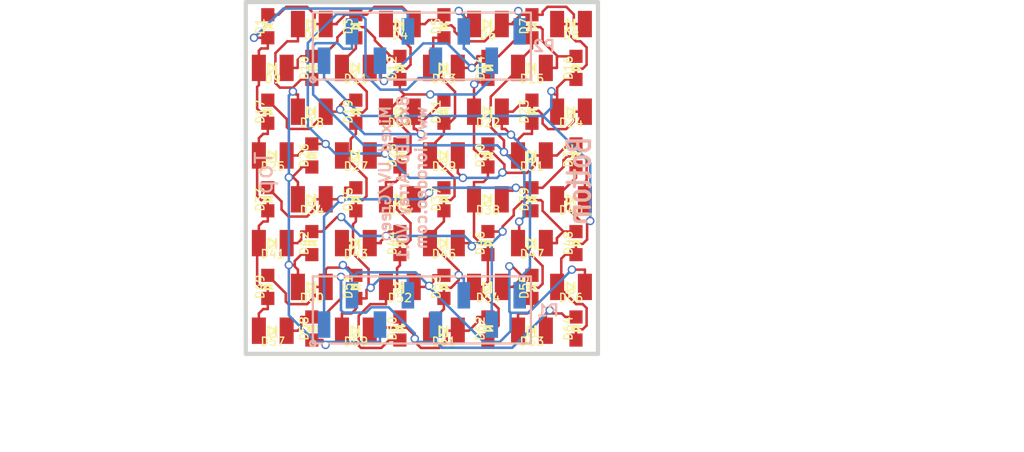
<source format=kicad_pcb>
(kicad_pcb (version 3) (host pcbnew "(2013-jul-07)-stable")

  (general
    (links 128)
    (no_connects 0)
    (area 50.374674 49.8729 85.280114 82.989421)
    (thickness 1.6002)
    (drawings 8)
    (tracks 724)
    (zones 0)
    (modules 66)
    (nets 17)
  )

  (page A4)
  (layers
    (15 Front signal)
    (0 Back signal)
    (16 B.Adhes user)
    (17 F.Adhes user)
    (18 B.Paste user)
    (19 F.Paste user)
    (20 B.SilkS user)
    (21 F.SilkS user)
    (22 B.Mask user)
    (23 F.Mask user)
    (24 Dwgs.User user)
    (25 Cmts.User user)
    (26 Eco1.User user)
    (27 Eco2.User user)
    (28 Edge.Cuts user)
  )

  (setup
    (last_trace_width 0.2286)
    (trace_clearance 0.254)
    (zone_clearance 0.508)
    (zone_45_only no)
    (trace_min 0.2032)
    (segment_width 0.2032)
    (edge_width 0.381)
    (via_size 0.762)
    (via_drill 0.508)
    (via_min_size 0.635)
    (via_min_drill 0.381)
    (uvia_size 0.508)
    (uvia_drill 0.127)
    (uvias_allowed no)
    (uvia_min_size 0.508)
    (uvia_min_drill 0.127)
    (pcb_text_width 0.3048)
    (pcb_text_size 1.524 2.032)
    (mod_edge_width 0.2032)
    (mod_text_size 1.524 1.524)
    (mod_text_width 0.3048)
    (pad_size 1.143 2.413)
    (pad_drill 0)
    (pad_to_mask_clearance 0.254)
    (aux_axis_origin 0 0)
    (visible_elements FFFFFF7F)
    (pcbplotparams
      (layerselection 284196865)
      (usegerberextensions true)
      (excludeedgelayer true)
      (linewidth 0.150000)
      (plotframeref false)
      (viasonmask false)
      (mode 1)
      (useauxorigin false)
      (hpglpennumber 1)
      (hpglpenspeed 20)
      (hpglpendiameter 15)
      (hpglpenoverlay 0)
      (psnegative false)
      (psa4output false)
      (plotreference true)
      (plotvalue true)
      (plotothertext true)
      (plotinvisibletext false)
      (padsonsilk false)
      (subtractmaskfromsilk false)
      (outputformat 1)
      (mirror false)
      (drillshape 0)
      (scaleselection 1)
      (outputdirectory gerber_v0p1/))
  )

  (net 0 "")
  (net 1 /1)
  (net 2 /10)
  (net 3 /11)
  (net 4 /12)
  (net 5 /13)
  (net 6 /14)
  (net 7 /15)
  (net 8 /16)
  (net 9 /2)
  (net 10 /3)
  (net 11 /4)
  (net 12 /5)
  (net 13 /6)
  (net 14 /7)
  (net 15 /8)
  (net 16 /9)

  (net_class Default "This is the default net class."
    (clearance 0.254)
    (trace_width 0.2286)
    (via_dia 0.762)
    (via_drill 0.508)
    (uvia_dia 0.508)
    (uvia_drill 0.127)
    (add_net "")
    (add_net /1)
    (add_net /10)
    (add_net /11)
    (add_net /12)
    (add_net /13)
    (add_net /14)
    (add_net /15)
    (add_net /16)
    (add_net /2)
    (add_net /3)
    (add_net /4)
    (add_net /5)
    (add_net /6)
    (add_net /7)
    (add_net /8)
    (add_net /9)
  )

  (module LED-0805-CUSTOM (layer Front) (tedit 54175516) (tstamp 54175623)
    (at 80.7999 80.4907 90)
    (descr "LED 0805 CUSTOM")
    (tags "LED 0805 SMD CUSTOM")
    (path /5118409D)
    (attr smd)
    (fp_text reference D64 (at 0 -0.7 90) (layer F.SilkS)
      (effects (font (size 0.762 0.762) (thickness 0.127)))
    )
    (fp_text value LED (at 0 1.27 90) (layer F.SilkS) hide
      (effects (font (size 0.762 0.762) (thickness 0.127)))
    )
    (fp_line (start 0.2 0) (end 0.2 0.4) (layer F.SilkS) (width 0.2032))
    (fp_line (start 0.2 0) (end 0.2 -0.4) (layer F.SilkS) (width 0.2032))
    (fp_line (start -0.2 0) (end -0.2 -0.4) (layer F.SilkS) (width 0.2032))
    (fp_line (start -0.2 -0.4) (end 0.2 0) (layer F.SilkS) (width 0.2032))
    (fp_line (start 0.2 0) (end -0.2 0.4) (layer F.SilkS) (width 0.2032))
    (fp_line (start -0.2 0.4) (end -0.2 0) (layer F.SilkS) (width 0.2032))
    (pad 1 smd rect (at -1.04902 0 90) (size 1.19888 1.19888)
      (layers Front F.Paste F.Mask)
      (net 8 /16)
    )
    (pad 2 smd rect (at 1.04902 0 90) (size 1.19888 1.19888)
      (layers Front F.Paste F.Mask)
      (net 12 /5)
    )
  )

  (module LED-0805-CUSTOM (layer Front) (tedit 54175516) (tstamp 54175618)
    (at 72.7989 80.4907 90)
    (descr "LED 0805 CUSTOM")
    (tags "LED 0805 SMD CUSTOM")
    (path /5118409C)
    (attr smd)
    (fp_text reference D62 (at 0 -0.7 90) (layer F.SilkS)
      (effects (font (size 0.762 0.762) (thickness 0.127)))
    )
    (fp_text value LED (at 0 1.27 90) (layer F.SilkS) hide
      (effects (font (size 0.762 0.762) (thickness 0.127)))
    )
    (fp_line (start 0.2 0) (end 0.2 0.4) (layer F.SilkS) (width 0.2032))
    (fp_line (start 0.2 0) (end 0.2 -0.4) (layer F.SilkS) (width 0.2032))
    (fp_line (start -0.2 0) (end -0.2 -0.4) (layer F.SilkS) (width 0.2032))
    (fp_line (start -0.2 -0.4) (end 0.2 0) (layer F.SilkS) (width 0.2032))
    (fp_line (start 0.2 0) (end -0.2 0.4) (layer F.SilkS) (width 0.2032))
    (fp_line (start -0.2 0.4) (end -0.2 0) (layer F.SilkS) (width 0.2032))
    (pad 1 smd rect (at -1.04902 0 90) (size 1.19888 1.19888)
      (layers Front F.Paste F.Mask)
      (net 3 /11)
    )
    (pad 2 smd rect (at 1.04902 0 90) (size 1.19888 1.19888)
      (layers Front F.Paste F.Mask)
      (net 12 /5)
    )
  )

  (module LED-0805-CUSTOM (layer Front) (tedit 54175516) (tstamp 5417560D)
    (at 64.8005 80.4907 90)
    (descr "LED 0805 CUSTOM")
    (tags "LED 0805 SMD CUSTOM")
    (path /511840A0)
    (attr smd)
    (fp_text reference D60 (at 0 -0.7 90) (layer F.SilkS)
      (effects (font (size 0.762 0.762) (thickness 0.127)))
    )
    (fp_text value LED (at 0 1.27 90) (layer F.SilkS) hide
      (effects (font (size 0.762 0.762) (thickness 0.127)))
    )
    (fp_line (start 0.2 0) (end 0.2 0.4) (layer F.SilkS) (width 0.2032))
    (fp_line (start 0.2 0) (end 0.2 -0.4) (layer F.SilkS) (width 0.2032))
    (fp_line (start -0.2 0) (end -0.2 -0.4) (layer F.SilkS) (width 0.2032))
    (fp_line (start -0.2 -0.4) (end 0.2 0) (layer F.SilkS) (width 0.2032))
    (fp_line (start 0.2 0) (end -0.2 0.4) (layer F.SilkS) (width 0.2032))
    (fp_line (start -0.2 0.4) (end -0.2 0) (layer F.SilkS) (width 0.2032))
    (pad 1 smd rect (at -1.04902 0 90) (size 1.19888 1.19888)
      (layers Front F.Paste F.Mask)
      (net 2 /10)
    )
    (pad 2 smd rect (at 1.04902 0 90) (size 1.19888 1.19888)
      (layers Front F.Paste F.Mask)
      (net 12 /5)
    )
  )

  (module LED-0805-CUSTOM (layer Front) (tedit 54175516) (tstamp 54177A64)
    (at 56.7995 80.4907 90)
    (descr "LED 0805 CUSTOM")
    (tags "LED 0805 SMD CUSTOM")
    (path /511840A1)
    (attr smd)
    (fp_text reference D58 (at 0 -0.7 90) (layer F.SilkS)
      (effects (font (size 0.762 0.762) (thickness 0.127)))
    )
    (fp_text value LED (at 0 1.27 90) (layer F.SilkS) hide
      (effects (font (size 0.762 0.762) (thickness 0.127)))
    )
    (fp_line (start 0.2 0) (end 0.2 0.4) (layer F.SilkS) (width 0.2032))
    (fp_line (start 0.2 0) (end 0.2 -0.4) (layer F.SilkS) (width 0.2032))
    (fp_line (start -0.2 0) (end -0.2 -0.4) (layer F.SilkS) (width 0.2032))
    (fp_line (start -0.2 -0.4) (end 0.2 0) (layer F.SilkS) (width 0.2032))
    (fp_line (start 0.2 0) (end -0.2 0.4) (layer F.SilkS) (width 0.2032))
    (fp_line (start -0.2 0.4) (end -0.2 0) (layer F.SilkS) (width 0.2032))
    (pad 1 smd rect (at -1.04902 0 90) (size 1.19888 1.19888)
      (layers Front F.Paste F.Mask)
      (net 10 /3)
    )
    (pad 2 smd rect (at 1.04902 0 90) (size 1.19888 1.19888)
      (layers Front F.Paste F.Mask)
      (net 12 /5)
    )
  )

  (module LED-0805-CUSTOM (layer Front) (tedit 54175516) (tstamp 541755F7)
    (at 76.7994 76.7055 90)
    (descr "LED 0805 CUSTOM")
    (tags "LED 0805 SMD CUSTOM")
    (path /51184097)
    (attr smd)
    (fp_text reference D55 (at 0 -0.7 90) (layer F.SilkS)
      (effects (font (size 0.762 0.762) (thickness 0.127)))
    )
    (fp_text value LED (at 0 1.27 90) (layer F.SilkS) hide
      (effects (font (size 0.762 0.762) (thickness 0.127)))
    )
    (fp_line (start 0.2 0) (end 0.2 0.4) (layer F.SilkS) (width 0.2032))
    (fp_line (start 0.2 0) (end 0.2 -0.4) (layer F.SilkS) (width 0.2032))
    (fp_line (start -0.2 0) (end -0.2 -0.4) (layer F.SilkS) (width 0.2032))
    (fp_line (start -0.2 -0.4) (end 0.2 0) (layer F.SilkS) (width 0.2032))
    (fp_line (start 0.2 0) (end -0.2 0.4) (layer F.SilkS) (width 0.2032))
    (fp_line (start -0.2 0.4) (end -0.2 0) (layer F.SilkS) (width 0.2032))
    (pad 1 smd rect (at -1.04902 0 90) (size 1.19888 1.19888)
      (layers Front F.Paste F.Mask)
      (net 7 /15)
    )
    (pad 2 smd rect (at 1.04902 0 90) (size 1.19888 1.19888)
      (layers Front F.Paste F.Mask)
      (net 9 /2)
    )
  )

  (module LED-0805-CUSTOM (layer Front) (tedit 54175516) (tstamp 541755EC)
    (at 68.801 76.7055 90)
    (descr "LED 0805 CUSTOM")
    (tags "LED 0805 SMD CUSTOM")
    (path /5118409A)
    (attr smd)
    (fp_text reference D53 (at 0 -0.7 90) (layer F.SilkS)
      (effects (font (size 0.762 0.762) (thickness 0.127)))
    )
    (fp_text value LED (at 0 1.27 90) (layer F.SilkS) hide
      (effects (font (size 0.762 0.762) (thickness 0.127)))
    )
    (fp_line (start 0.2 0) (end 0.2 0.4) (layer F.SilkS) (width 0.2032))
    (fp_line (start 0.2 0) (end 0.2 -0.4) (layer F.SilkS) (width 0.2032))
    (fp_line (start -0.2 0) (end -0.2 -0.4) (layer F.SilkS) (width 0.2032))
    (fp_line (start -0.2 -0.4) (end 0.2 0) (layer F.SilkS) (width 0.2032))
    (fp_line (start 0.2 0) (end -0.2 0.4) (layer F.SilkS) (width 0.2032))
    (fp_line (start -0.2 0.4) (end -0.2 0) (layer F.SilkS) (width 0.2032))
    (pad 1 smd rect (at -1.04902 0 90) (size 1.19888 1.19888)
      (layers Front F.Paste F.Mask)
      (net 13 /6)
    )
    (pad 2 smd rect (at 1.04902 0 90) (size 1.19888 1.19888)
      (layers Front F.Paste F.Mask)
      (net 9 /2)
    )
  )

  (module LED-0805-CUSTOM (layer Front) (tedit 54175516) (tstamp 541755E1)
    (at 60.8 76.7055 90)
    (descr "LED 0805 CUSTOM")
    (tags "LED 0805 SMD CUSTOM")
    (path /51184096)
    (attr smd)
    (fp_text reference D51 (at 0 -0.7 90) (layer F.SilkS)
      (effects (font (size 0.762 0.762) (thickness 0.127)))
    )
    (fp_text value LED (at 0 1.27 90) (layer F.SilkS) hide
      (effects (font (size 0.762 0.762) (thickness 0.127)))
    )
    (fp_line (start 0.2 0) (end 0.2 0.4) (layer F.SilkS) (width 0.2032))
    (fp_line (start 0.2 0) (end 0.2 -0.4) (layer F.SilkS) (width 0.2032))
    (fp_line (start -0.2 0) (end -0.2 -0.4) (layer F.SilkS) (width 0.2032))
    (fp_line (start -0.2 -0.4) (end 0.2 0) (layer F.SilkS) (width 0.2032))
    (fp_line (start 0.2 0) (end -0.2 0.4) (layer F.SilkS) (width 0.2032))
    (fp_line (start -0.2 0.4) (end -0.2 0) (layer F.SilkS) (width 0.2032))
    (pad 1 smd rect (at -1.04902 0 90) (size 1.19888 1.19888)
      (layers Front F.Paste F.Mask)
      (net 11 /4)
    )
    (pad 2 smd rect (at 1.04902 0 90) (size 1.19888 1.19888)
      (layers Front F.Paste F.Mask)
      (net 9 /2)
    )
  )

  (module LED-0805-CUSTOM (layer Front) (tedit 54175516) (tstamp 541755D6)
    (at 52.799 76.7055 90)
    (descr "LED 0805 CUSTOM")
    (tags "LED 0805 SMD CUSTOM")
    (path /51184093)
    (attr smd)
    (fp_text reference D49 (at 0 -0.7 90) (layer F.SilkS)
      (effects (font (size 0.762 0.762) (thickness 0.127)))
    )
    (fp_text value LED (at 0 1.27 90) (layer F.SilkS) hide
      (effects (font (size 0.762 0.762) (thickness 0.127)))
    )
    (fp_line (start 0.2 0) (end 0.2 0.4) (layer F.SilkS) (width 0.2032))
    (fp_line (start 0.2 0) (end 0.2 -0.4) (layer F.SilkS) (width 0.2032))
    (fp_line (start -0.2 0) (end -0.2 -0.4) (layer F.SilkS) (width 0.2032))
    (fp_line (start -0.2 -0.4) (end 0.2 0) (layer F.SilkS) (width 0.2032))
    (fp_line (start 0.2 0) (end -0.2 0.4) (layer F.SilkS) (width 0.2032))
    (fp_line (start -0.2 0.4) (end -0.2 0) (layer F.SilkS) (width 0.2032))
    (pad 1 smd rect (at -1.04902 0 90) (size 1.19888 1.19888)
      (layers Front F.Paste F.Mask)
      (net 5 /13)
    )
    (pad 2 smd rect (at 1.04902 0 90) (size 1.19888 1.19888)
      (layers Front F.Paste F.Mask)
      (net 9 /2)
    )
  )

  (module LED-0805-CUSTOM (layer Front) (tedit 54175516) (tstamp 541755CB)
    (at 80.7999 72.7227 90)
    (descr "LED 0805 CUSTOM")
    (tags "LED 0805 SMD CUSTOM")
    (path /511840A8)
    (attr smd)
    (fp_text reference D48 (at 0 -0.7 90) (layer F.SilkS)
      (effects (font (size 0.762 0.762) (thickness 0.127)))
    )
    (fp_text value LED (at 0 1.27 90) (layer F.SilkS) hide
      (effects (font (size 0.762 0.762) (thickness 0.127)))
    )
    (fp_line (start 0.2 0) (end 0.2 0.4) (layer F.SilkS) (width 0.2032))
    (fp_line (start 0.2 0) (end 0.2 -0.4) (layer F.SilkS) (width 0.2032))
    (fp_line (start -0.2 0) (end -0.2 -0.4) (layer F.SilkS) (width 0.2032))
    (fp_line (start -0.2 -0.4) (end 0.2 0) (layer F.SilkS) (width 0.2032))
    (fp_line (start 0.2 0) (end -0.2 0.4) (layer F.SilkS) (width 0.2032))
    (fp_line (start -0.2 0.4) (end -0.2 0) (layer F.SilkS) (width 0.2032))
    (pad 1 smd rect (at -1.04902 0 90) (size 1.19888 1.19888)
      (layers Front F.Paste F.Mask)
      (net 8 /16)
    )
    (pad 2 smd rect (at 1.04902 0 90) (size 1.19888 1.19888)
      (layers Front F.Paste F.Mask)
      (net 14 /7)
    )
  )

  (module LED-0805-CUSTOM (layer Front) (tedit 54175516) (tstamp 541755C0)
    (at 72.7989 72.7227 90)
    (descr "LED 0805 CUSTOM")
    (tags "LED 0805 SMD CUSTOM")
    (path /511840A9)
    (attr smd)
    (fp_text reference D46 (at 0 -0.7 90) (layer F.SilkS)
      (effects (font (size 0.762 0.762) (thickness 0.127)))
    )
    (fp_text value LED (at 0 1.27 90) (layer F.SilkS) hide
      (effects (font (size 0.762 0.762) (thickness 0.127)))
    )
    (fp_line (start 0.2 0) (end 0.2 0.4) (layer F.SilkS) (width 0.2032))
    (fp_line (start 0.2 0) (end 0.2 -0.4) (layer F.SilkS) (width 0.2032))
    (fp_line (start -0.2 0) (end -0.2 -0.4) (layer F.SilkS) (width 0.2032))
    (fp_line (start -0.2 -0.4) (end 0.2 0) (layer F.SilkS) (width 0.2032))
    (fp_line (start 0.2 0) (end -0.2 0.4) (layer F.SilkS) (width 0.2032))
    (fp_line (start -0.2 0.4) (end -0.2 0) (layer F.SilkS) (width 0.2032))
    (pad 1 smd rect (at -1.04902 0 90) (size 1.19888 1.19888)
      (layers Front F.Paste F.Mask)
      (net 3 /11)
    )
    (pad 2 smd rect (at 1.04902 0 90) (size 1.19888 1.19888)
      (layers Front F.Paste F.Mask)
      (net 14 /7)
    )
  )

  (module LED-0805-CUSTOM (layer Front) (tedit 54175516) (tstamp 541755B5)
    (at 64.8005 72.7227 90)
    (descr "LED 0805 CUSTOM")
    (tags "LED 0805 SMD CUSTOM")
    (path /511840A5)
    (attr smd)
    (fp_text reference D44 (at 0 -0.7 90) (layer F.SilkS)
      (effects (font (size 0.762 0.762) (thickness 0.127)))
    )
    (fp_text value LED (at 0 1.27 90) (layer F.SilkS) hide
      (effects (font (size 0.762 0.762) (thickness 0.127)))
    )
    (fp_line (start 0.2 0) (end 0.2 0.4) (layer F.SilkS) (width 0.2032))
    (fp_line (start 0.2 0) (end 0.2 -0.4) (layer F.SilkS) (width 0.2032))
    (fp_line (start -0.2 0) (end -0.2 -0.4) (layer F.SilkS) (width 0.2032))
    (fp_line (start -0.2 -0.4) (end 0.2 0) (layer F.SilkS) (width 0.2032))
    (fp_line (start 0.2 0) (end -0.2 0.4) (layer F.SilkS) (width 0.2032))
    (fp_line (start -0.2 0.4) (end -0.2 0) (layer F.SilkS) (width 0.2032))
    (pad 1 smd rect (at -1.04902 0 90) (size 1.19888 1.19888)
      (layers Front F.Paste F.Mask)
      (net 2 /10)
    )
    (pad 2 smd rect (at 1.04902 0 90) (size 1.19888 1.19888)
      (layers Front F.Paste F.Mask)
      (net 14 /7)
    )
  )

  (module LED-0805-CUSTOM (layer Front) (tedit 54175516) (tstamp 541755AA)
    (at 56.7995 72.7227 90)
    (descr "LED 0805 CUSTOM")
    (tags "LED 0805 SMD CUSTOM")
    (path /511840A4)
    (attr smd)
    (fp_text reference D42 (at 0 -0.7 90) (layer F.SilkS)
      (effects (font (size 0.762 0.762) (thickness 0.127)))
    )
    (fp_text value LED (at 0 1.27 90) (layer F.SilkS) hide
      (effects (font (size 0.762 0.762) (thickness 0.127)))
    )
    (fp_line (start 0.2 0) (end 0.2 0.4) (layer F.SilkS) (width 0.2032))
    (fp_line (start 0.2 0) (end 0.2 -0.4) (layer F.SilkS) (width 0.2032))
    (fp_line (start -0.2 0) (end -0.2 -0.4) (layer F.SilkS) (width 0.2032))
    (fp_line (start -0.2 -0.4) (end 0.2 0) (layer F.SilkS) (width 0.2032))
    (fp_line (start 0.2 0) (end -0.2 0.4) (layer F.SilkS) (width 0.2032))
    (fp_line (start -0.2 0.4) (end -0.2 0) (layer F.SilkS) (width 0.2032))
    (pad 1 smd rect (at -1.04902 0 90) (size 1.19888 1.19888)
      (layers Front F.Paste F.Mask)
      (net 10 /3)
    )
    (pad 2 smd rect (at 1.04902 0 90) (size 1.19888 1.19888)
      (layers Front F.Paste F.Mask)
      (net 14 /7)
    )
  )

  (module LED-0805-CUSTOM (layer Front) (tedit 54175516) (tstamp 5417559F)
    (at 76.7994 68.7375 90)
    (descr "LED 0805 CUSTOM")
    (tags "LED 0805 SMD CUSTOM")
    (path /511840AE)
    (attr smd)
    (fp_text reference D39 (at 0 -0.7 90) (layer F.SilkS)
      (effects (font (size 0.762 0.762) (thickness 0.127)))
    )
    (fp_text value LED (at 0 1.27 90) (layer F.SilkS) hide
      (effects (font (size 0.762 0.762) (thickness 0.127)))
    )
    (fp_line (start 0.2 0) (end 0.2 0.4) (layer F.SilkS) (width 0.2032))
    (fp_line (start 0.2 0) (end 0.2 -0.4) (layer F.SilkS) (width 0.2032))
    (fp_line (start -0.2 0) (end -0.2 -0.4) (layer F.SilkS) (width 0.2032))
    (fp_line (start -0.2 -0.4) (end 0.2 0) (layer F.SilkS) (width 0.2032))
    (fp_line (start 0.2 0) (end -0.2 0.4) (layer F.SilkS) (width 0.2032))
    (fp_line (start -0.2 0.4) (end -0.2 0) (layer F.SilkS) (width 0.2032))
    (pad 1 smd rect (at -1.04902 0 90) (size 1.19888 1.19888)
      (layers Front F.Paste F.Mask)
      (net 7 /15)
    )
    (pad 2 smd rect (at 1.04902 0 90) (size 1.19888 1.19888)
      (layers Front F.Paste F.Mask)
      (net 1 /1)
    )
  )

  (module LED-0805-CUSTOM (layer Front) (tedit 54175516) (tstamp 54175594)
    (at 68.801 68.7375 90)
    (descr "LED 0805 CUSTOM")
    (tags "LED 0805 SMD CUSTOM")
    (path /511840AB)
    (attr smd)
    (fp_text reference D37 (at 0 -0.7 90) (layer F.SilkS)
      (effects (font (size 0.762 0.762) (thickness 0.127)))
    )
    (fp_text value LED (at 0 1.27 90) (layer F.SilkS) hide
      (effects (font (size 0.762 0.762) (thickness 0.127)))
    )
    (fp_line (start 0.2 0) (end 0.2 0.4) (layer F.SilkS) (width 0.2032))
    (fp_line (start 0.2 0) (end 0.2 -0.4) (layer F.SilkS) (width 0.2032))
    (fp_line (start -0.2 0) (end -0.2 -0.4) (layer F.SilkS) (width 0.2032))
    (fp_line (start -0.2 -0.4) (end 0.2 0) (layer F.SilkS) (width 0.2032))
    (fp_line (start 0.2 0) (end -0.2 0.4) (layer F.SilkS) (width 0.2032))
    (fp_line (start -0.2 0.4) (end -0.2 0) (layer F.SilkS) (width 0.2032))
    (pad 1 smd rect (at -1.04902 0 90) (size 1.19888 1.19888)
      (layers Front F.Paste F.Mask)
      (net 13 /6)
    )
    (pad 2 smd rect (at 1.04902 0 90) (size 1.19888 1.19888)
      (layers Front F.Paste F.Mask)
      (net 1 /1)
    )
  )

  (module LED-0805-CUSTOM (layer Front) (tedit 54175516) (tstamp 54175589)
    (at 60.8 68.7375 90)
    (descr "LED 0805 CUSTOM")
    (tags "LED 0805 SMD CUSTOM")
    (path /511840AF)
    (attr smd)
    (fp_text reference D35 (at 0 -0.7 90) (layer F.SilkS)
      (effects (font (size 0.762 0.762) (thickness 0.127)))
    )
    (fp_text value LED (at 0 1.27 90) (layer F.SilkS) hide
      (effects (font (size 0.762 0.762) (thickness 0.127)))
    )
    (fp_line (start 0.2 0) (end 0.2 0.4) (layer F.SilkS) (width 0.2032))
    (fp_line (start 0.2 0) (end 0.2 -0.4) (layer F.SilkS) (width 0.2032))
    (fp_line (start -0.2 0) (end -0.2 -0.4) (layer F.SilkS) (width 0.2032))
    (fp_line (start -0.2 -0.4) (end 0.2 0) (layer F.SilkS) (width 0.2032))
    (fp_line (start 0.2 0) (end -0.2 0.4) (layer F.SilkS) (width 0.2032))
    (fp_line (start -0.2 0.4) (end -0.2 0) (layer F.SilkS) (width 0.2032))
    (pad 1 smd rect (at -1.04902 0 90) (size 1.19888 1.19888)
      (layers Front F.Paste F.Mask)
      (net 11 /4)
    )
    (pad 2 smd rect (at 1.04902 0 90) (size 1.19888 1.19888)
      (layers Front F.Paste F.Mask)
      (net 1 /1)
    )
  )

  (module LED-0805-CUSTOM (layer Front) (tedit 54175516) (tstamp 5417557E)
    (at 52.799 68.7375 90)
    (descr "LED 0805 CUSTOM")
    (tags "LED 0805 SMD CUSTOM")
    (path /511840B2)
    (attr smd)
    (fp_text reference D33 (at 0 -0.7 90) (layer F.SilkS)
      (effects (font (size 0.762 0.762) (thickness 0.127)))
    )
    (fp_text value LED (at 0 1.27 90) (layer F.SilkS) hide
      (effects (font (size 0.762 0.762) (thickness 0.127)))
    )
    (fp_line (start 0.2 0) (end 0.2 0.4) (layer F.SilkS) (width 0.2032))
    (fp_line (start 0.2 0) (end 0.2 -0.4) (layer F.SilkS) (width 0.2032))
    (fp_line (start -0.2 0) (end -0.2 -0.4) (layer F.SilkS) (width 0.2032))
    (fp_line (start -0.2 -0.4) (end 0.2 0) (layer F.SilkS) (width 0.2032))
    (fp_line (start 0.2 0) (end -0.2 0.4) (layer F.SilkS) (width 0.2032))
    (fp_line (start -0.2 0.4) (end -0.2 0) (layer F.SilkS) (width 0.2032))
    (pad 1 smd rect (at -1.04902 0 90) (size 1.19888 1.19888)
      (layers Front F.Paste F.Mask)
      (net 5 /13)
    )
    (pad 2 smd rect (at 1.04902 0 90) (size 1.19888 1.19888)
      (layers Front F.Paste F.Mask)
      (net 1 /1)
    )
  )

  (module LED-0805-CUSTOM (layer Front) (tedit 54175516) (tstamp 54175573)
    (at 80.7999 64.7522 90)
    (descr "LED 0805 CUSTOM")
    (tags "LED 0805 SMD CUSTOM")
    (path /51184088)
    (attr smd)
    (fp_text reference D32 (at 0 -0.7 90) (layer F.SilkS)
      (effects (font (size 0.762 0.762) (thickness 0.127)))
    )
    (fp_text value LED (at 0 1.27 90) (layer F.SilkS) hide
      (effects (font (size 0.762 0.762) (thickness 0.127)))
    )
    (fp_line (start 0.2 0) (end 0.2 0.4) (layer F.SilkS) (width 0.2032))
    (fp_line (start 0.2 0) (end 0.2 -0.4) (layer F.SilkS) (width 0.2032))
    (fp_line (start -0.2 0) (end -0.2 -0.4) (layer F.SilkS) (width 0.2032))
    (fp_line (start -0.2 -0.4) (end 0.2 0) (layer F.SilkS) (width 0.2032))
    (fp_line (start 0.2 0) (end -0.2 0.4) (layer F.SilkS) (width 0.2032))
    (fp_line (start -0.2 0.4) (end -0.2 0) (layer F.SilkS) (width 0.2032))
    (pad 1 smd rect (at -1.04902 0 90) (size 1.19888 1.19888)
      (layers Front F.Paste F.Mask)
      (net 8 /16)
    )
    (pad 2 smd rect (at 1.04902 0 90) (size 1.19888 1.19888)
      (layers Front F.Paste F.Mask)
      (net 4 /12)
    )
  )

  (module LED-0805-CUSTOM (layer Front) (tedit 54175516) (tstamp 54175568)
    (at 72.7989 64.7522 90)
    (descr "LED 0805 CUSTOM")
    (tags "LED 0805 SMD CUSTOM")
    (path /51184089)
    (attr smd)
    (fp_text reference D30 (at 0 -0.7 90) (layer F.SilkS)
      (effects (font (size 0.762 0.762) (thickness 0.127)))
    )
    (fp_text value LED (at 0 1.27 90) (layer F.SilkS) hide
      (effects (font (size 0.762 0.762) (thickness 0.127)))
    )
    (fp_line (start 0.2 0) (end 0.2 0.4) (layer F.SilkS) (width 0.2032))
    (fp_line (start 0.2 0) (end 0.2 -0.4) (layer F.SilkS) (width 0.2032))
    (fp_line (start -0.2 0) (end -0.2 -0.4) (layer F.SilkS) (width 0.2032))
    (fp_line (start -0.2 -0.4) (end 0.2 0) (layer F.SilkS) (width 0.2032))
    (fp_line (start 0.2 0) (end -0.2 0.4) (layer F.SilkS) (width 0.2032))
    (fp_line (start -0.2 0.4) (end -0.2 0) (layer F.SilkS) (width 0.2032))
    (pad 1 smd rect (at -1.04902 0 90) (size 1.19888 1.19888)
      (layers Front F.Paste F.Mask)
      (net 3 /11)
    )
    (pad 2 smd rect (at 1.04902 0 90) (size 1.19888 1.19888)
      (layers Front F.Paste F.Mask)
      (net 4 /12)
    )
  )

  (module LED-0805-CUSTOM (layer Front) (tedit 54175516) (tstamp 5417555D)
    (at 64.8005 64.7522 90)
    (descr "LED 0805 CUSTOM")
    (tags "LED 0805 SMD CUSTOM")
    (path /51184085)
    (attr smd)
    (fp_text reference D28 (at 0 -0.7 90) (layer F.SilkS)
      (effects (font (size 0.762 0.762) (thickness 0.127)))
    )
    (fp_text value LED (at 0 1.27 90) (layer F.SilkS) hide
      (effects (font (size 0.762 0.762) (thickness 0.127)))
    )
    (fp_line (start 0.2 0) (end 0.2 0.4) (layer F.SilkS) (width 0.2032))
    (fp_line (start 0.2 0) (end 0.2 -0.4) (layer F.SilkS) (width 0.2032))
    (fp_line (start -0.2 0) (end -0.2 -0.4) (layer F.SilkS) (width 0.2032))
    (fp_line (start -0.2 -0.4) (end 0.2 0) (layer F.SilkS) (width 0.2032))
    (fp_line (start 0.2 0) (end -0.2 0.4) (layer F.SilkS) (width 0.2032))
    (fp_line (start -0.2 0.4) (end -0.2 0) (layer F.SilkS) (width 0.2032))
    (pad 1 smd rect (at -1.04902 0 90) (size 1.19888 1.19888)
      (layers Front F.Paste F.Mask)
      (net 2 /10)
    )
    (pad 2 smd rect (at 1.04902 0 90) (size 1.19888 1.19888)
      (layers Front F.Paste F.Mask)
      (net 4 /12)
    )
  )

  (module LED-0805-CUSTOM (layer Front) (tedit 54175516) (tstamp 54175552)
    (at 56.7995 64.7522 90)
    (descr "LED 0805 CUSTOM")
    (tags "LED 0805 SMD CUSTOM")
    (path /51184084)
    (attr smd)
    (fp_text reference D26 (at 0 -0.7 90) (layer F.SilkS)
      (effects (font (size 0.762 0.762) (thickness 0.127)))
    )
    (fp_text value LED (at 0 1.27 90) (layer F.SilkS) hide
      (effects (font (size 0.762 0.762) (thickness 0.127)))
    )
    (fp_line (start 0.2 0) (end 0.2 0.4) (layer F.SilkS) (width 0.2032))
    (fp_line (start 0.2 0) (end 0.2 -0.4) (layer F.SilkS) (width 0.2032))
    (fp_line (start -0.2 0) (end -0.2 -0.4) (layer F.SilkS) (width 0.2032))
    (fp_line (start -0.2 -0.4) (end 0.2 0) (layer F.SilkS) (width 0.2032))
    (fp_line (start 0.2 0) (end -0.2 0.4) (layer F.SilkS) (width 0.2032))
    (fp_line (start -0.2 0.4) (end -0.2 0) (layer F.SilkS) (width 0.2032))
    (pad 1 smd rect (at -1.04902 0 90) (size 1.19888 1.19888)
      (layers Front F.Paste F.Mask)
      (net 10 /3)
    )
    (pad 2 smd rect (at 1.04902 0 90) (size 1.19888 1.19888)
      (layers Front F.Paste F.Mask)
      (net 4 /12)
    )
  )

  (module LED-0805-CUSTOM (layer Front) (tedit 54175516) (tstamp 54175547)
    (at 76.7994 60.7695 90)
    (descr "LED 0805 CUSTOM")
    (tags "LED 0805 SMD CUSTOM")
    (path /5118408E)
    (attr smd)
    (fp_text reference D23 (at 0 -0.7 90) (layer F.SilkS)
      (effects (font (size 0.762 0.762) (thickness 0.127)))
    )
    (fp_text value LED (at 0 1.27 90) (layer F.SilkS) hide
      (effects (font (size 0.762 0.762) (thickness 0.127)))
    )
    (fp_line (start 0.2 0) (end 0.2 0.4) (layer F.SilkS) (width 0.2032))
    (fp_line (start 0.2 0) (end 0.2 -0.4) (layer F.SilkS) (width 0.2032))
    (fp_line (start -0.2 0) (end -0.2 -0.4) (layer F.SilkS) (width 0.2032))
    (fp_line (start -0.2 -0.4) (end 0.2 0) (layer F.SilkS) (width 0.2032))
    (fp_line (start 0.2 0) (end -0.2 0.4) (layer F.SilkS) (width 0.2032))
    (fp_line (start -0.2 0.4) (end -0.2 0) (layer F.SilkS) (width 0.2032))
    (pad 1 smd rect (at -1.04902 0 90) (size 1.19888 1.19888)
      (layers Front F.Paste F.Mask)
      (net 7 /15)
    )
    (pad 2 smd rect (at 1.04902 0 90) (size 1.19888 1.19888)
      (layers Front F.Paste F.Mask)
      (net 15 /8)
    )
  )

  (module LED-0805-CUSTOM (layer Front) (tedit 54175516) (tstamp 5417553C)
    (at 68.801 60.7695 90)
    (descr "LED 0805 CUSTOM")
    (tags "LED 0805 SMD CUSTOM")
    (path /5118408B)
    (attr smd)
    (fp_text reference D21 (at 0 -0.7 90) (layer F.SilkS)
      (effects (font (size 0.762 0.762) (thickness 0.127)))
    )
    (fp_text value LED (at 0 1.27 90) (layer F.SilkS) hide
      (effects (font (size 0.762 0.762) (thickness 0.127)))
    )
    (fp_line (start 0.2 0) (end 0.2 0.4) (layer F.SilkS) (width 0.2032))
    (fp_line (start 0.2 0) (end 0.2 -0.4) (layer F.SilkS) (width 0.2032))
    (fp_line (start -0.2 0) (end -0.2 -0.4) (layer F.SilkS) (width 0.2032))
    (fp_line (start -0.2 -0.4) (end 0.2 0) (layer F.SilkS) (width 0.2032))
    (fp_line (start 0.2 0) (end -0.2 0.4) (layer F.SilkS) (width 0.2032))
    (fp_line (start -0.2 0.4) (end -0.2 0) (layer F.SilkS) (width 0.2032))
    (pad 1 smd rect (at -1.04902 0 90) (size 1.19888 1.19888)
      (layers Front F.Paste F.Mask)
      (net 13 /6)
    )
    (pad 2 smd rect (at 1.04902 0 90) (size 1.19888 1.19888)
      (layers Front F.Paste F.Mask)
      (net 15 /8)
    )
  )

  (module LED-0805-CUSTOM (layer Front) (tedit 54175516) (tstamp 54175531)
    (at 60.8 60.7695 90)
    (descr "LED 0805 CUSTOM")
    (tags "LED 0805 SMD CUSTOM")
    (path /5118408F)
    (attr smd)
    (fp_text reference D19 (at 0 -0.7 90) (layer F.SilkS)
      (effects (font (size 0.762 0.762) (thickness 0.127)))
    )
    (fp_text value LED (at 0 1.27 90) (layer F.SilkS) hide
      (effects (font (size 0.762 0.762) (thickness 0.127)))
    )
    (fp_line (start 0.2 0) (end 0.2 0.4) (layer F.SilkS) (width 0.2032))
    (fp_line (start 0.2 0) (end 0.2 -0.4) (layer F.SilkS) (width 0.2032))
    (fp_line (start -0.2 0) (end -0.2 -0.4) (layer F.SilkS) (width 0.2032))
    (fp_line (start -0.2 -0.4) (end 0.2 0) (layer F.SilkS) (width 0.2032))
    (fp_line (start 0.2 0) (end -0.2 0.4) (layer F.SilkS) (width 0.2032))
    (fp_line (start -0.2 0.4) (end -0.2 0) (layer F.SilkS) (width 0.2032))
    (pad 1 smd rect (at -1.04902 0 90) (size 1.19888 1.19888)
      (layers Front F.Paste F.Mask)
      (net 11 /4)
    )
    (pad 2 smd rect (at 1.04902 0 90) (size 1.19888 1.19888)
      (layers Front F.Paste F.Mask)
      (net 15 /8)
    )
  )

  (module LED-0805-CUSTOM (layer Front) (tedit 54175516) (tstamp 54175526)
    (at 52.799 60.7695 90)
    (descr "LED 0805 CUSTOM")
    (tags "LED 0805 SMD CUSTOM")
    (path /51184092)
    (attr smd)
    (fp_text reference D17 (at 0 -0.7 90) (layer F.SilkS)
      (effects (font (size 0.762 0.762) (thickness 0.127)))
    )
    (fp_text value LED (at 0 1.27 90) (layer F.SilkS) hide
      (effects (font (size 0.762 0.762) (thickness 0.127)))
    )
    (fp_line (start 0.2 0) (end 0.2 0.4) (layer F.SilkS) (width 0.2032))
    (fp_line (start 0.2 0) (end 0.2 -0.4) (layer F.SilkS) (width 0.2032))
    (fp_line (start -0.2 0) (end -0.2 -0.4) (layer F.SilkS) (width 0.2032))
    (fp_line (start -0.2 -0.4) (end 0.2 0) (layer F.SilkS) (width 0.2032))
    (fp_line (start 0.2 0) (end -0.2 0.4) (layer F.SilkS) (width 0.2032))
    (fp_line (start -0.2 0.4) (end -0.2 0) (layer F.SilkS) (width 0.2032))
    (pad 1 smd rect (at -1.04902 0 90) (size 1.19888 1.19888)
      (layers Front F.Paste F.Mask)
      (net 5 /13)
    )
    (pad 2 smd rect (at 1.04902 0 90) (size 1.19888 1.19888)
      (layers Front F.Paste F.Mask)
      (net 15 /8)
    )
  )

  (module LED-0805-CUSTOM (layer Front) (tedit 54175516) (tstamp 5417551B)
    (at 80.7999 56.7842 90)
    (descr "LED 0805 CUSTOM")
    (tags "LED 0805 SMD CUSTOM")
    (path /5118407C)
    (attr smd)
    (fp_text reference D16 (at 0 -0.7 90) (layer F.SilkS)
      (effects (font (size 0.762 0.762) (thickness 0.127)))
    )
    (fp_text value LED (at 0 1.27 90) (layer F.SilkS) hide
      (effects (font (size 0.762 0.762) (thickness 0.127)))
    )
    (fp_line (start 0.2 0) (end 0.2 0.4) (layer F.SilkS) (width 0.2032))
    (fp_line (start 0.2 0) (end 0.2 -0.4) (layer F.SilkS) (width 0.2032))
    (fp_line (start -0.2 0) (end -0.2 -0.4) (layer F.SilkS) (width 0.2032))
    (fp_line (start -0.2 -0.4) (end 0.2 0) (layer F.SilkS) (width 0.2032))
    (fp_line (start 0.2 0) (end -0.2 0.4) (layer F.SilkS) (width 0.2032))
    (fp_line (start -0.2 0.4) (end -0.2 0) (layer F.SilkS) (width 0.2032))
    (pad 1 smd rect (at -1.04902 0 90) (size 1.19888 1.19888)
      (layers Front F.Paste F.Mask)
      (net 8 /16)
    )
    (pad 2 smd rect (at 1.04902 0 90) (size 1.19888 1.19888)
      (layers Front F.Paste F.Mask)
      (net 6 /14)
    )
  )

  (module LED-0805-CUSTOM (layer Front) (tedit 54175516) (tstamp 54175510)
    (at 72.7989 56.7842 90)
    (descr "LED 0805 CUSTOM")
    (tags "LED 0805 SMD CUSTOM")
    (path /5118407B)
    (attr smd)
    (fp_text reference D14 (at 0 -0.7 90) (layer F.SilkS)
      (effects (font (size 0.762 0.762) (thickness 0.127)))
    )
    (fp_text value LED (at 0 1.27 90) (layer F.SilkS) hide
      (effects (font (size 0.762 0.762) (thickness 0.127)))
    )
    (fp_line (start 0.2 0) (end 0.2 0.4) (layer F.SilkS) (width 0.2032))
    (fp_line (start 0.2 0) (end 0.2 -0.4) (layer F.SilkS) (width 0.2032))
    (fp_line (start -0.2 0) (end -0.2 -0.4) (layer F.SilkS) (width 0.2032))
    (fp_line (start -0.2 -0.4) (end 0.2 0) (layer F.SilkS) (width 0.2032))
    (fp_line (start 0.2 0) (end -0.2 0.4) (layer F.SilkS) (width 0.2032))
    (fp_line (start -0.2 0.4) (end -0.2 0) (layer F.SilkS) (width 0.2032))
    (pad 1 smd rect (at -1.04902 0 90) (size 1.19888 1.19888)
      (layers Front F.Paste F.Mask)
      (net 3 /11)
    )
    (pad 2 smd rect (at 1.04902 0 90) (size 1.19888 1.19888)
      (layers Front F.Paste F.Mask)
      (net 6 /14)
    )
  )

  (module LED-0805-CUSTOM (layer Front) (tedit 54175516) (tstamp 54175505)
    (at 64.8005 56.7842 90)
    (descr "LED 0805 CUSTOM")
    (tags "LED 0805 SMD CUSTOM")
    (path /5118407F)
    (attr smd)
    (fp_text reference D12 (at 0 -0.7 90) (layer F.SilkS)
      (effects (font (size 0.762 0.762) (thickness 0.127)))
    )
    (fp_text value LED (at 0 1.27 90) (layer F.SilkS) hide
      (effects (font (size 0.762 0.762) (thickness 0.127)))
    )
    (fp_line (start 0.2 0) (end 0.2 0.4) (layer F.SilkS) (width 0.2032))
    (fp_line (start 0.2 0) (end 0.2 -0.4) (layer F.SilkS) (width 0.2032))
    (fp_line (start -0.2 0) (end -0.2 -0.4) (layer F.SilkS) (width 0.2032))
    (fp_line (start -0.2 -0.4) (end 0.2 0) (layer F.SilkS) (width 0.2032))
    (fp_line (start 0.2 0) (end -0.2 0.4) (layer F.SilkS) (width 0.2032))
    (fp_line (start -0.2 0.4) (end -0.2 0) (layer F.SilkS) (width 0.2032))
    (pad 1 smd rect (at -1.04902 0 90) (size 1.19888 1.19888)
      (layers Front F.Paste F.Mask)
      (net 2 /10)
    )
    (pad 2 smd rect (at 1.04902 0 90) (size 1.19888 1.19888)
      (layers Front F.Paste F.Mask)
      (net 6 /14)
    )
  )

  (module LED-0805-CUSTOM (layer Front) (tedit 54175516) (tstamp 541754FA)
    (at 56.7995 56.7842 90)
    (descr "LED 0805 CUSTOM")
    (tags "LED 0805 SMD CUSTOM")
    (path /51184080)
    (attr smd)
    (fp_text reference D10 (at 0 -0.7 90) (layer F.SilkS)
      (effects (font (size 0.762 0.762) (thickness 0.127)))
    )
    (fp_text value LED (at 0 1.27 90) (layer F.SilkS) hide
      (effects (font (size 0.762 0.762) (thickness 0.127)))
    )
    (fp_line (start 0.2 0) (end 0.2 0.4) (layer F.SilkS) (width 0.2032))
    (fp_line (start 0.2 0) (end 0.2 -0.4) (layer F.SilkS) (width 0.2032))
    (fp_line (start -0.2 0) (end -0.2 -0.4) (layer F.SilkS) (width 0.2032))
    (fp_line (start -0.2 -0.4) (end 0.2 0) (layer F.SilkS) (width 0.2032))
    (fp_line (start 0.2 0) (end -0.2 0.4) (layer F.SilkS) (width 0.2032))
    (fp_line (start -0.2 0.4) (end -0.2 0) (layer F.SilkS) (width 0.2032))
    (pad 1 smd rect (at -1.04902 0 90) (size 1.19888 1.19888)
      (layers Front F.Paste F.Mask)
      (net 10 /3)
    )
    (pad 2 smd rect (at 1.04902 0 90) (size 1.19888 1.19888)
      (layers Front F.Paste F.Mask)
      (net 6 /14)
    )
  )

  (module LED-0805-CUSTOM (layer Front) (tedit 54175516) (tstamp 541754EF)
    (at 76.7994 52.999 90)
    (descr "LED 0805 CUSTOM")
    (tags "LED 0805 SMD CUSTOM")
    (path /5118403D)
    (attr smd)
    (fp_text reference D7 (at 0 -0.7 90) (layer F.SilkS)
      (effects (font (size 0.762 0.762) (thickness 0.127)))
    )
    (fp_text value LED (at 0 1.27 90) (layer F.SilkS) hide
      (effects (font (size 0.762 0.762) (thickness 0.127)))
    )
    (fp_line (start 0.2 0) (end 0.2 0.4) (layer F.SilkS) (width 0.2032))
    (fp_line (start 0.2 0) (end 0.2 -0.4) (layer F.SilkS) (width 0.2032))
    (fp_line (start -0.2 0) (end -0.2 -0.4) (layer F.SilkS) (width 0.2032))
    (fp_line (start -0.2 -0.4) (end 0.2 0) (layer F.SilkS) (width 0.2032))
    (fp_line (start 0.2 0) (end -0.2 0.4) (layer F.SilkS) (width 0.2032))
    (fp_line (start -0.2 0.4) (end -0.2 0) (layer F.SilkS) (width 0.2032))
    (pad 1 smd rect (at -1.04902 0 90) (size 1.19888 1.19888)
      (layers Front F.Paste F.Mask)
      (net 7 /15)
    )
    (pad 2 smd rect (at 1.04902 0 90) (size 1.19888 1.19888)
      (layers Front F.Paste F.Mask)
      (net 16 /9)
    )
  )

  (module LED-0805-CUSTOM (layer Front) (tedit 54175516) (tstamp 541754E4)
    (at 68.801 52.999 90)
    (descr "LED 0805 CUSTOM")
    (tags "LED 0805 SMD CUSTOM")
    (path /51184040)
    (attr smd)
    (fp_text reference D5 (at 0 -0.7 90) (layer F.SilkS)
      (effects (font (size 0.762 0.762) (thickness 0.127)))
    )
    (fp_text value LED (at 0 1.27 90) (layer F.SilkS) hide
      (effects (font (size 0.762 0.762) (thickness 0.127)))
    )
    (fp_line (start 0.2 0) (end 0.2 0.4) (layer F.SilkS) (width 0.2032))
    (fp_line (start 0.2 0) (end 0.2 -0.4) (layer F.SilkS) (width 0.2032))
    (fp_line (start -0.2 0) (end -0.2 -0.4) (layer F.SilkS) (width 0.2032))
    (fp_line (start -0.2 -0.4) (end 0.2 0) (layer F.SilkS) (width 0.2032))
    (fp_line (start 0.2 0) (end -0.2 0.4) (layer F.SilkS) (width 0.2032))
    (fp_line (start -0.2 0.4) (end -0.2 0) (layer F.SilkS) (width 0.2032))
    (pad 1 smd rect (at -1.04902 0 90) (size 1.19888 1.19888)
      (layers Front F.Paste F.Mask)
      (net 13 /6)
    )
    (pad 2 smd rect (at 1.04902 0 90) (size 1.19888 1.19888)
      (layers Front F.Paste F.Mask)
      (net 16 /9)
    )
  )

  (module LED-0805-CUSTOM (layer Front) (tedit 54175516) (tstamp 541754D9)
    (at 60.8 52.999 90)
    (descr "LED 0805 CUSTOM")
    (tags "LED 0805 SMD CUSTOM")
    (path /51184033)
    (attr smd)
    (fp_text reference D3 (at 0 -0.7 90) (layer F.SilkS)
      (effects (font (size 0.762 0.762) (thickness 0.127)))
    )
    (fp_text value LED (at 0 1.27 90) (layer F.SilkS) hide
      (effects (font (size 0.762 0.762) (thickness 0.127)))
    )
    (fp_line (start 0.2 0) (end 0.2 0.4) (layer F.SilkS) (width 0.2032))
    (fp_line (start 0.2 0) (end 0.2 -0.4) (layer F.SilkS) (width 0.2032))
    (fp_line (start -0.2 0) (end -0.2 -0.4) (layer F.SilkS) (width 0.2032))
    (fp_line (start -0.2 -0.4) (end 0.2 0) (layer F.SilkS) (width 0.2032))
    (fp_line (start 0.2 0) (end -0.2 0.4) (layer F.SilkS) (width 0.2032))
    (fp_line (start -0.2 0.4) (end -0.2 0) (layer F.SilkS) (width 0.2032))
    (pad 1 smd rect (at -1.04902 0 90) (size 1.19888 1.19888)
      (layers Front F.Paste F.Mask)
      (net 11 /4)
    )
    (pad 2 smd rect (at 1.04902 0 90) (size 1.19888 1.19888)
      (layers Front F.Paste F.Mask)
      (net 16 /9)
    )
  )

  (module LED-0805-CUSTOM (layer Front) (tedit 54175516) (tstamp 541754CE)
    (at 52.799 52.999 90)
    (descr "LED 0805 CUSTOM")
    (tags "LED 0805 SMD CUSTOM")
    (path /51184015)
    (attr smd)
    (fp_text reference D1 (at 0 -0.7 90) (layer F.SilkS)
      (effects (font (size 0.762 0.762) (thickness 0.127)))
    )
    (fp_text value LED (at 0 1.27 90) (layer F.SilkS) hide
      (effects (font (size 0.762 0.762) (thickness 0.127)))
    )
    (fp_line (start 0.2 0) (end 0.2 0.4) (layer F.SilkS) (width 0.2032))
    (fp_line (start 0.2 0) (end 0.2 -0.4) (layer F.SilkS) (width 0.2032))
    (fp_line (start -0.2 0) (end -0.2 -0.4) (layer F.SilkS) (width 0.2032))
    (fp_line (start -0.2 -0.4) (end 0.2 0) (layer F.SilkS) (width 0.2032))
    (fp_line (start 0.2 0) (end -0.2 0.4) (layer F.SilkS) (width 0.2032))
    (fp_line (start -0.2 0.4) (end -0.2 0) (layer F.SilkS) (width 0.2032))
    (pad 1 smd rect (at -1.04902 0 90) (size 1.19888 1.19888)
      (layers Front F.Paste F.Mask)
      (net 5 /13)
    )
    (pad 2 smd rect (at 1.04902 0 90) (size 1.19888 1.19888)
      (layers Front F.Paste F.Mask)
      (net 16 /9)
    )
  )

  (module LED1411_SHORT (layer Front) (tedit 541754FD) (tstamp 541762D7)
    (at 56.7995 52.799)
    (path /5118401C)
    (fp_text reference D2 (at 0 1) (layer F.SilkS)
      (effects (font (size 0.762 0.762) (thickness 0.127)))
    )
    (fp_text value LED (at 0 -1.9) (layer F.SilkS) hide
      (effects (font (size 0.762 0.762) (thickness 0.127)))
    )
    (fp_line (start -0.4 -0.4) (end 0.3 0) (layer F.SilkS) (width 0.2032))
    (fp_line (start 0.3 0) (end -0.4 0.5) (layer F.SilkS) (width 0.2032))
    (fp_line (start -0.4 0) (end -0.4 0.5) (layer F.SilkS) (width 0.2032))
    (fp_line (start -0.4 0) (end -0.4 -0.4) (layer F.SilkS) (width 0.2032))
    (fp_line (start 0.3 -0.4) (end 0.3 0.5) (layer F.SilkS) (width 0.2032))
    (pad 1 smd rect (at -1.2625 0) (size 1.275 2.4)
      (layers Front F.Paste F.Mask)
      (net 10 /3)
    )
    (pad 2 smd rect (at 1.2625 0) (size 1.275 2.4)
      (layers Front F.Paste F.Mask)
      (net 16 /9)
    )
  )

  (module LED1411_SHORT (layer Front) (tedit 541754FD) (tstamp 541762E1)
    (at 64.8005 52.799)
    (path /51184032)
    (fp_text reference D4 (at 0 1) (layer F.SilkS)
      (effects (font (size 0.762 0.762) (thickness 0.127)))
    )
    (fp_text value LED (at 0 -1.9) (layer F.SilkS) hide
      (effects (font (size 0.762 0.762) (thickness 0.127)))
    )
    (fp_line (start -0.4 -0.4) (end 0.3 0) (layer F.SilkS) (width 0.2032))
    (fp_line (start 0.3 0) (end -0.4 0.5) (layer F.SilkS) (width 0.2032))
    (fp_line (start -0.4 0) (end -0.4 0.5) (layer F.SilkS) (width 0.2032))
    (fp_line (start -0.4 0) (end -0.4 -0.4) (layer F.SilkS) (width 0.2032))
    (fp_line (start 0.3 -0.4) (end 0.3 0.5) (layer F.SilkS) (width 0.2032))
    (pad 1 smd rect (at -1.2625 0) (size 1.275 2.4)
      (layers Front F.Paste F.Mask)
      (net 2 /10)
    )
    (pad 2 smd rect (at 1.2625 0) (size 1.275 2.4)
      (layers Front F.Paste F.Mask)
      (net 16 /9)
    )
  )

  (module LED1411_SHORT (layer Front) (tedit 541754FD) (tstamp 541762EB)
    (at 72.7989 52.799)
    (path /5118403F)
    (fp_text reference D6 (at 0 1) (layer F.SilkS)
      (effects (font (size 0.762 0.762) (thickness 0.127)))
    )
    (fp_text value LED (at 0 -1.9) (layer F.SilkS) hide
      (effects (font (size 0.762 0.762) (thickness 0.127)))
    )
    (fp_line (start -0.4 -0.4) (end 0.3 0) (layer F.SilkS) (width 0.2032))
    (fp_line (start 0.3 0) (end -0.4 0.5) (layer F.SilkS) (width 0.2032))
    (fp_line (start -0.4 0) (end -0.4 0.5) (layer F.SilkS) (width 0.2032))
    (fp_line (start -0.4 0) (end -0.4 -0.4) (layer F.SilkS) (width 0.2032))
    (fp_line (start 0.3 -0.4) (end 0.3 0.5) (layer F.SilkS) (width 0.2032))
    (pad 1 smd rect (at -1.2625 0) (size 1.275 2.4)
      (layers Front F.Paste F.Mask)
      (net 3 /11)
    )
    (pad 2 smd rect (at 1.2625 0) (size 1.275 2.4)
      (layers Front F.Paste F.Mask)
      (net 16 /9)
    )
  )

  (module LED1411_SHORT (layer Front) (tedit 541754FD) (tstamp 541762F5)
    (at 80.3489 52.799)
    (path /5118403E)
    (fp_text reference D8 (at 0 1) (layer F.SilkS)
      (effects (font (size 0.762 0.762) (thickness 0.127)))
    )
    (fp_text value LED (at 0 -1.9) (layer F.SilkS) hide
      (effects (font (size 0.762 0.762) (thickness 0.127)))
    )
    (fp_line (start -0.4 -0.4) (end 0.3 0) (layer F.SilkS) (width 0.2032))
    (fp_line (start 0.3 0) (end -0.4 0.5) (layer F.SilkS) (width 0.2032))
    (fp_line (start -0.4 0) (end -0.4 0.5) (layer F.SilkS) (width 0.2032))
    (fp_line (start -0.4 0) (end -0.4 -0.4) (layer F.SilkS) (width 0.2032))
    (fp_line (start 0.3 -0.4) (end 0.3 0.5) (layer F.SilkS) (width 0.2032))
    (pad 1 smd rect (at -1.2625 0) (size 1.275 2.4)
      (layers Front F.Paste F.Mask)
      (net 8 /16)
    )
    (pad 2 smd rect (at 1.2625 0) (size 1.275 2.4)
      (layers Front F.Paste F.Mask)
      (net 16 /9)
    )
  )

  (module LED1411_SHORT (layer Front) (tedit 541754FD) (tstamp 54177993)
    (at 53.25 56.7842)
    (path /51184081)
    (fp_text reference D9 (at 0 1) (layer F.SilkS)
      (effects (font (size 0.762 0.762) (thickness 0.127)))
    )
    (fp_text value LED (at 0 -1.9) (layer F.SilkS) hide
      (effects (font (size 0.762 0.762) (thickness 0.127)))
    )
    (fp_line (start -0.4 -0.4) (end 0.3 0) (layer F.SilkS) (width 0.2032))
    (fp_line (start 0.3 0) (end -0.4 0.5) (layer F.SilkS) (width 0.2032))
    (fp_line (start -0.4 0) (end -0.4 0.5) (layer F.SilkS) (width 0.2032))
    (fp_line (start -0.4 0) (end -0.4 -0.4) (layer F.SilkS) (width 0.2032))
    (fp_line (start 0.3 -0.4) (end 0.3 0.5) (layer F.SilkS) (width 0.2032))
    (pad 1 smd rect (at -1.2625 0) (size 1.275 2.4)
      (layers Front F.Paste F.Mask)
      (net 5 /13)
    )
    (pad 2 smd rect (at 1.2625 0) (size 1.275 2.4)
      (layers Front F.Paste F.Mask)
      (net 6 /14)
    )
  )

  (module LED1411_SHORT (layer Front) (tedit 541754FD) (tstamp 54176309)
    (at 60.8 56.7842)
    (path /5118407E)
    (fp_text reference D11 (at 0 1) (layer F.SilkS)
      (effects (font (size 0.762 0.762) (thickness 0.127)))
    )
    (fp_text value LED (at 0 -1.9) (layer F.SilkS) hide
      (effects (font (size 0.762 0.762) (thickness 0.127)))
    )
    (fp_line (start -0.4 -0.4) (end 0.3 0) (layer F.SilkS) (width 0.2032))
    (fp_line (start 0.3 0) (end -0.4 0.5) (layer F.SilkS) (width 0.2032))
    (fp_line (start -0.4 0) (end -0.4 0.5) (layer F.SilkS) (width 0.2032))
    (fp_line (start -0.4 0) (end -0.4 -0.4) (layer F.SilkS) (width 0.2032))
    (fp_line (start 0.3 -0.4) (end 0.3 0.5) (layer F.SilkS) (width 0.2032))
    (pad 1 smd rect (at -1.2625 0) (size 1.275 2.4)
      (layers Front F.Paste F.Mask)
      (net 11 /4)
    )
    (pad 2 smd rect (at 1.2625 0) (size 1.275 2.4)
      (layers Front F.Paste F.Mask)
      (net 6 /14)
    )
  )

  (module LED1411_SHORT (layer Front) (tedit 541754FD) (tstamp 54176313)
    (at 68.801 56.7842)
    (path /5118407A)
    (fp_text reference D13 (at 0 1) (layer F.SilkS)
      (effects (font (size 0.762 0.762) (thickness 0.127)))
    )
    (fp_text value LED (at 0 -1.9) (layer F.SilkS) hide
      (effects (font (size 0.762 0.762) (thickness 0.127)))
    )
    (fp_line (start -0.4 -0.4) (end 0.3 0) (layer F.SilkS) (width 0.2032))
    (fp_line (start 0.3 0) (end -0.4 0.5) (layer F.SilkS) (width 0.2032))
    (fp_line (start -0.4 0) (end -0.4 0.5) (layer F.SilkS) (width 0.2032))
    (fp_line (start -0.4 0) (end -0.4 -0.4) (layer F.SilkS) (width 0.2032))
    (fp_line (start 0.3 -0.4) (end 0.3 0.5) (layer F.SilkS) (width 0.2032))
    (pad 1 smd rect (at -1.2625 0) (size 1.275 2.4)
      (layers Front F.Paste F.Mask)
      (net 13 /6)
    )
    (pad 2 smd rect (at 1.2625 0) (size 1.275 2.4)
      (layers Front F.Paste F.Mask)
      (net 6 /14)
    )
  )

  (module LED1411_SHORT (layer Front) (tedit 541754FD) (tstamp 5417631D)
    (at 76.7994 56.7842)
    (path /5118407D)
    (fp_text reference D15 (at 0 1) (layer F.SilkS)
      (effects (font (size 0.762 0.762) (thickness 0.127)))
    )
    (fp_text value LED (at 0 -1.9) (layer F.SilkS) hide
      (effects (font (size 0.762 0.762) (thickness 0.127)))
    )
    (fp_line (start -0.4 -0.4) (end 0.3 0) (layer F.SilkS) (width 0.2032))
    (fp_line (start 0.3 0) (end -0.4 0.5) (layer F.SilkS) (width 0.2032))
    (fp_line (start -0.4 0) (end -0.4 0.5) (layer F.SilkS) (width 0.2032))
    (fp_line (start -0.4 0) (end -0.4 -0.4) (layer F.SilkS) (width 0.2032))
    (fp_line (start 0.3 -0.4) (end 0.3 0.5) (layer F.SilkS) (width 0.2032))
    (pad 1 smd rect (at -1.2625 0) (size 1.275 2.4)
      (layers Front F.Paste F.Mask)
      (net 7 /15)
    )
    (pad 2 smd rect (at 1.2625 0) (size 1.275 2.4)
      (layers Front F.Paste F.Mask)
      (net 6 /14)
    )
  )

  (module LED1411_SHORT (layer Front) (tedit 541754FD) (tstamp 54176327)
    (at 56.7995 60.7695)
    (path /51184091)
    (fp_text reference D18 (at 0 1) (layer F.SilkS)
      (effects (font (size 0.762 0.762) (thickness 0.127)))
    )
    (fp_text value LED (at 0 -1.9) (layer F.SilkS) hide
      (effects (font (size 0.762 0.762) (thickness 0.127)))
    )
    (fp_line (start -0.4 -0.4) (end 0.3 0) (layer F.SilkS) (width 0.2032))
    (fp_line (start 0.3 0) (end -0.4 0.5) (layer F.SilkS) (width 0.2032))
    (fp_line (start -0.4 0) (end -0.4 0.5) (layer F.SilkS) (width 0.2032))
    (fp_line (start -0.4 0) (end -0.4 -0.4) (layer F.SilkS) (width 0.2032))
    (fp_line (start 0.3 -0.4) (end 0.3 0.5) (layer F.SilkS) (width 0.2032))
    (pad 1 smd rect (at -1.2625 0) (size 1.275 2.4)
      (layers Front F.Paste F.Mask)
      (net 10 /3)
    )
    (pad 2 smd rect (at 1.2625 0) (size 1.275 2.4)
      (layers Front F.Paste F.Mask)
      (net 15 /8)
    )
  )

  (module LED1411_SHORT (layer Front) (tedit 541754FD) (tstamp 54176331)
    (at 64.8005 60.7695)
    (path /51184090)
    (fp_text reference D20 (at 0 1) (layer F.SilkS)
      (effects (font (size 0.762 0.762) (thickness 0.127)))
    )
    (fp_text value LED (at 0 -1.9) (layer F.SilkS) hide
      (effects (font (size 0.762 0.762) (thickness 0.127)))
    )
    (fp_line (start -0.4 -0.4) (end 0.3 0) (layer F.SilkS) (width 0.2032))
    (fp_line (start 0.3 0) (end -0.4 0.5) (layer F.SilkS) (width 0.2032))
    (fp_line (start -0.4 0) (end -0.4 0.5) (layer F.SilkS) (width 0.2032))
    (fp_line (start -0.4 0) (end -0.4 -0.4) (layer F.SilkS) (width 0.2032))
    (fp_line (start 0.3 -0.4) (end 0.3 0.5) (layer F.SilkS) (width 0.2032))
    (pad 1 smd rect (at -1.2625 0) (size 1.275 2.4)
      (layers Front F.Paste F.Mask)
      (net 2 /10)
    )
    (pad 2 smd rect (at 1.2625 0) (size 1.275 2.4)
      (layers Front F.Paste F.Mask)
      (net 15 /8)
    )
  )

  (module LED1411_SHORT (layer Front) (tedit 541754FD) (tstamp 5417633B)
    (at 72.7989 60.7695)
    (path /5118408C)
    (fp_text reference D22 (at 0 1) (layer F.SilkS)
      (effects (font (size 0.762 0.762) (thickness 0.127)))
    )
    (fp_text value LED (at 0 -1.9) (layer F.SilkS) hide
      (effects (font (size 0.762 0.762) (thickness 0.127)))
    )
    (fp_line (start -0.4 -0.4) (end 0.3 0) (layer F.SilkS) (width 0.2032))
    (fp_line (start 0.3 0) (end -0.4 0.5) (layer F.SilkS) (width 0.2032))
    (fp_line (start -0.4 0) (end -0.4 0.5) (layer F.SilkS) (width 0.2032))
    (fp_line (start -0.4 0) (end -0.4 -0.4) (layer F.SilkS) (width 0.2032))
    (fp_line (start 0.3 -0.4) (end 0.3 0.5) (layer F.SilkS) (width 0.2032))
    (pad 1 smd rect (at -1.2625 0) (size 1.275 2.4)
      (layers Front F.Paste F.Mask)
      (net 3 /11)
    )
    (pad 2 smd rect (at 1.2625 0) (size 1.275 2.4)
      (layers Front F.Paste F.Mask)
      (net 15 /8)
    )
  )

  (module LED1411_SHORT (layer Front) (tedit 541754FD) (tstamp 54176345)
    (at 80.3489 60.7695)
    (path /5118408D)
    (fp_text reference D24 (at 0 1) (layer F.SilkS)
      (effects (font (size 0.762 0.762) (thickness 0.127)))
    )
    (fp_text value LED (at 0 -1.9) (layer F.SilkS) hide
      (effects (font (size 0.762 0.762) (thickness 0.127)))
    )
    (fp_line (start -0.4 -0.4) (end 0.3 0) (layer F.SilkS) (width 0.2032))
    (fp_line (start 0.3 0) (end -0.4 0.5) (layer F.SilkS) (width 0.2032))
    (fp_line (start -0.4 0) (end -0.4 0.5) (layer F.SilkS) (width 0.2032))
    (fp_line (start -0.4 0) (end -0.4 -0.4) (layer F.SilkS) (width 0.2032))
    (fp_line (start 0.3 -0.4) (end 0.3 0.5) (layer F.SilkS) (width 0.2032))
    (pad 1 smd rect (at -1.2625 0) (size 1.275 2.4)
      (layers Front F.Paste F.Mask)
      (net 8 /16)
    )
    (pad 2 smd rect (at 1.2625 0) (size 1.275 2.4)
      (layers Front F.Paste F.Mask)
      (net 15 /8)
    )
  )

  (module LED1411_SHORT (layer Front) (tedit 541754FD) (tstamp 5417634F)
    (at 53.25 64.7522)
    (path /51184083)
    (fp_text reference D25 (at 0 1) (layer F.SilkS)
      (effects (font (size 0.762 0.762) (thickness 0.127)))
    )
    (fp_text value LED (at 0 -1.9) (layer F.SilkS) hide
      (effects (font (size 0.762 0.762) (thickness 0.127)))
    )
    (fp_line (start -0.4 -0.4) (end 0.3 0) (layer F.SilkS) (width 0.2032))
    (fp_line (start 0.3 0) (end -0.4 0.5) (layer F.SilkS) (width 0.2032))
    (fp_line (start -0.4 0) (end -0.4 0.5) (layer F.SilkS) (width 0.2032))
    (fp_line (start -0.4 0) (end -0.4 -0.4) (layer F.SilkS) (width 0.2032))
    (fp_line (start 0.3 -0.4) (end 0.3 0.5) (layer F.SilkS) (width 0.2032))
    (pad 1 smd rect (at -1.2625 0) (size 1.275 2.4)
      (layers Front F.Paste F.Mask)
      (net 5 /13)
    )
    (pad 2 smd rect (at 1.2625 0) (size 1.275 2.4)
      (layers Front F.Paste F.Mask)
      (net 4 /12)
    )
  )

  (module LED1411_SHORT (layer Front) (tedit 541754FD) (tstamp 54176359)
    (at 60.8 64.7522)
    (path /51184086)
    (fp_text reference D27 (at 0 1) (layer F.SilkS)
      (effects (font (size 0.762 0.762) (thickness 0.127)))
    )
    (fp_text value LED (at 0 -1.9) (layer F.SilkS) hide
      (effects (font (size 0.762 0.762) (thickness 0.127)))
    )
    (fp_line (start -0.4 -0.4) (end 0.3 0) (layer F.SilkS) (width 0.2032))
    (fp_line (start 0.3 0) (end -0.4 0.5) (layer F.SilkS) (width 0.2032))
    (fp_line (start -0.4 0) (end -0.4 0.5) (layer F.SilkS) (width 0.2032))
    (fp_line (start -0.4 0) (end -0.4 -0.4) (layer F.SilkS) (width 0.2032))
    (fp_line (start 0.3 -0.4) (end 0.3 0.5) (layer F.SilkS) (width 0.2032))
    (pad 1 smd rect (at -1.2625 0) (size 1.275 2.4)
      (layers Front F.Paste F.Mask)
      (net 11 /4)
    )
    (pad 2 smd rect (at 1.2625 0) (size 1.275 2.4)
      (layers Front F.Paste F.Mask)
      (net 4 /12)
    )
  )

  (module LED1411_SHORT (layer Front) (tedit 541754FD) (tstamp 54176363)
    (at 68.801 64.7522)
    (path /5118408A)
    (fp_text reference D29 (at 0 1) (layer F.SilkS)
      (effects (font (size 0.762 0.762) (thickness 0.127)))
    )
    (fp_text value LED (at 0 -1.9) (layer F.SilkS) hide
      (effects (font (size 0.762 0.762) (thickness 0.127)))
    )
    (fp_line (start -0.4 -0.4) (end 0.3 0) (layer F.SilkS) (width 0.2032))
    (fp_line (start 0.3 0) (end -0.4 0.5) (layer F.SilkS) (width 0.2032))
    (fp_line (start -0.4 0) (end -0.4 0.5) (layer F.SilkS) (width 0.2032))
    (fp_line (start -0.4 0) (end -0.4 -0.4) (layer F.SilkS) (width 0.2032))
    (fp_line (start 0.3 -0.4) (end 0.3 0.5) (layer F.SilkS) (width 0.2032))
    (pad 1 smd rect (at -1.2625 0) (size 1.275 2.4)
      (layers Front F.Paste F.Mask)
      (net 13 /6)
    )
    (pad 2 smd rect (at 1.2625 0) (size 1.275 2.4)
      (layers Front F.Paste F.Mask)
      (net 4 /12)
    )
  )

  (module LED1411_SHORT (layer Front) (tedit 541754FD) (tstamp 5417636D)
    (at 76.7994 64.7522)
    (path /51184087)
    (fp_text reference D31 (at 0 1) (layer F.SilkS)
      (effects (font (size 0.762 0.762) (thickness 0.127)))
    )
    (fp_text value LED (at 0 -1.9) (layer F.SilkS) hide
      (effects (font (size 0.762 0.762) (thickness 0.127)))
    )
    (fp_line (start -0.4 -0.4) (end 0.3 0) (layer F.SilkS) (width 0.2032))
    (fp_line (start 0.3 0) (end -0.4 0.5) (layer F.SilkS) (width 0.2032))
    (fp_line (start -0.4 0) (end -0.4 0.5) (layer F.SilkS) (width 0.2032))
    (fp_line (start -0.4 0) (end -0.4 -0.4) (layer F.SilkS) (width 0.2032))
    (fp_line (start 0.3 -0.4) (end 0.3 0.5) (layer F.SilkS) (width 0.2032))
    (pad 1 smd rect (at -1.2625 0) (size 1.275 2.4)
      (layers Front F.Paste F.Mask)
      (net 7 /15)
    )
    (pad 2 smd rect (at 1.2625 0) (size 1.275 2.4)
      (layers Front F.Paste F.Mask)
      (net 4 /12)
    )
  )

  (module LED1411_SHORT (layer Front) (tedit 541754FD) (tstamp 54176377)
    (at 56.7995 68.7375)
    (path /511840B1)
    (fp_text reference D34 (at 0 1) (layer F.SilkS)
      (effects (font (size 0.762 0.762) (thickness 0.127)))
    )
    (fp_text value LED (at 0 -1.9) (layer F.SilkS) hide
      (effects (font (size 0.762 0.762) (thickness 0.127)))
    )
    (fp_line (start -0.4 -0.4) (end 0.3 0) (layer F.SilkS) (width 0.2032))
    (fp_line (start 0.3 0) (end -0.4 0.5) (layer F.SilkS) (width 0.2032))
    (fp_line (start -0.4 0) (end -0.4 0.5) (layer F.SilkS) (width 0.2032))
    (fp_line (start -0.4 0) (end -0.4 -0.4) (layer F.SilkS) (width 0.2032))
    (fp_line (start 0.3 -0.4) (end 0.3 0.5) (layer F.SilkS) (width 0.2032))
    (pad 1 smd rect (at -1.2625 0) (size 1.275 2.4)
      (layers Front F.Paste F.Mask)
      (net 10 /3)
    )
    (pad 2 smd rect (at 1.2625 0) (size 1.275 2.4)
      (layers Front F.Paste F.Mask)
      (net 1 /1)
    )
  )

  (module LED1411_SHORT (layer Front) (tedit 541754FD) (tstamp 54176381)
    (at 64.8005 68.7375)
    (path /511840B0)
    (fp_text reference D36 (at 0 1) (layer F.SilkS)
      (effects (font (size 0.762 0.762) (thickness 0.127)))
    )
    (fp_text value LED (at 0 -1.9) (layer F.SilkS) hide
      (effects (font (size 0.762 0.762) (thickness 0.127)))
    )
    (fp_line (start -0.4 -0.4) (end 0.3 0) (layer F.SilkS) (width 0.2032))
    (fp_line (start 0.3 0) (end -0.4 0.5) (layer F.SilkS) (width 0.2032))
    (fp_line (start -0.4 0) (end -0.4 0.5) (layer F.SilkS) (width 0.2032))
    (fp_line (start -0.4 0) (end -0.4 -0.4) (layer F.SilkS) (width 0.2032))
    (fp_line (start 0.3 -0.4) (end 0.3 0.5) (layer F.SilkS) (width 0.2032))
    (pad 1 smd rect (at -1.2625 0) (size 1.275 2.4)
      (layers Front F.Paste F.Mask)
      (net 2 /10)
    )
    (pad 2 smd rect (at 1.2625 0) (size 1.275 2.4)
      (layers Front F.Paste F.Mask)
      (net 1 /1)
    )
  )

  (module LED1411_SHORT (layer Front) (tedit 541754FD) (tstamp 5417638B)
    (at 72.7989 68.7375)
    (path /511840AC)
    (fp_text reference D38 (at 0 1) (layer F.SilkS)
      (effects (font (size 0.762 0.762) (thickness 0.127)))
    )
    (fp_text value LED (at 0 -1.9) (layer F.SilkS) hide
      (effects (font (size 0.762 0.762) (thickness 0.127)))
    )
    (fp_line (start -0.4 -0.4) (end 0.3 0) (layer F.SilkS) (width 0.2032))
    (fp_line (start 0.3 0) (end -0.4 0.5) (layer F.SilkS) (width 0.2032))
    (fp_line (start -0.4 0) (end -0.4 0.5) (layer F.SilkS) (width 0.2032))
    (fp_line (start -0.4 0) (end -0.4 -0.4) (layer F.SilkS) (width 0.2032))
    (fp_line (start 0.3 -0.4) (end 0.3 0.5) (layer F.SilkS) (width 0.2032))
    (pad 1 smd rect (at -1.2625 0) (size 1.275 2.4)
      (layers Front F.Paste F.Mask)
      (net 3 /11)
    )
    (pad 2 smd rect (at 1.2625 0) (size 1.275 2.4)
      (layers Front F.Paste F.Mask)
      (net 1 /1)
    )
  )

  (module LED1411_SHORT (layer Front) (tedit 541754FD) (tstamp 54176395)
    (at 80.3489 68.7375)
    (path /511840AD)
    (fp_text reference D40 (at 0 1) (layer F.SilkS)
      (effects (font (size 0.762 0.762) (thickness 0.127)))
    )
    (fp_text value LED (at 0 -1.9) (layer F.SilkS) hide
      (effects (font (size 0.762 0.762) (thickness 0.127)))
    )
    (fp_line (start -0.4 -0.4) (end 0.3 0) (layer F.SilkS) (width 0.2032))
    (fp_line (start 0.3 0) (end -0.4 0.5) (layer F.SilkS) (width 0.2032))
    (fp_line (start -0.4 0) (end -0.4 0.5) (layer F.SilkS) (width 0.2032))
    (fp_line (start -0.4 0) (end -0.4 -0.4) (layer F.SilkS) (width 0.2032))
    (fp_line (start 0.3 -0.4) (end 0.3 0.5) (layer F.SilkS) (width 0.2032))
    (pad 1 smd rect (at -1.2625 0) (size 1.275 2.4)
      (layers Front F.Paste F.Mask)
      (net 8 /16)
    )
    (pad 2 smd rect (at 1.2625 0) (size 1.275 2.4)
      (layers Front F.Paste F.Mask)
      (net 1 /1)
    )
  )

  (module LED1411_SHORT (layer Front) (tedit 541754FD) (tstamp 5417639F)
    (at 53.25 72.7227)
    (path /511840A3)
    (fp_text reference D41 (at 0 1) (layer F.SilkS)
      (effects (font (size 0.762 0.762) (thickness 0.127)))
    )
    (fp_text value LED (at 0 -1.9) (layer F.SilkS) hide
      (effects (font (size 0.762 0.762) (thickness 0.127)))
    )
    (fp_line (start -0.4 -0.4) (end 0.3 0) (layer F.SilkS) (width 0.2032))
    (fp_line (start 0.3 0) (end -0.4 0.5) (layer F.SilkS) (width 0.2032))
    (fp_line (start -0.4 0) (end -0.4 0.5) (layer F.SilkS) (width 0.2032))
    (fp_line (start -0.4 0) (end -0.4 -0.4) (layer F.SilkS) (width 0.2032))
    (fp_line (start 0.3 -0.4) (end 0.3 0.5) (layer F.SilkS) (width 0.2032))
    (pad 1 smd rect (at -1.2625 0) (size 1.275 2.4)
      (layers Front F.Paste F.Mask)
      (net 5 /13)
    )
    (pad 2 smd rect (at 1.2625 0) (size 1.275 2.4)
      (layers Front F.Paste F.Mask)
      (net 14 /7)
    )
  )

  (module LED1411_SHORT (layer Front) (tedit 541754FD) (tstamp 541763A9)
    (at 60.8 72.7227)
    (path /511840A6)
    (fp_text reference D43 (at 0 1) (layer F.SilkS)
      (effects (font (size 0.762 0.762) (thickness 0.127)))
    )
    (fp_text value LED (at 0 -1.9) (layer F.SilkS) hide
      (effects (font (size 0.762 0.762) (thickness 0.127)))
    )
    (fp_line (start -0.4 -0.4) (end 0.3 0) (layer F.SilkS) (width 0.2032))
    (fp_line (start 0.3 0) (end -0.4 0.5) (layer F.SilkS) (width 0.2032))
    (fp_line (start -0.4 0) (end -0.4 0.5) (layer F.SilkS) (width 0.2032))
    (fp_line (start -0.4 0) (end -0.4 -0.4) (layer F.SilkS) (width 0.2032))
    (fp_line (start 0.3 -0.4) (end 0.3 0.5) (layer F.SilkS) (width 0.2032))
    (pad 1 smd rect (at -1.2625 0) (size 1.275 2.4)
      (layers Front F.Paste F.Mask)
      (net 11 /4)
    )
    (pad 2 smd rect (at 1.2625 0) (size 1.275 2.4)
      (layers Front F.Paste F.Mask)
      (net 14 /7)
    )
  )

  (module LED1411_SHORT (layer Front) (tedit 541754FD) (tstamp 541763B3)
    (at 68.801 72.7227)
    (path /511840AA)
    (fp_text reference D45 (at 0 1) (layer F.SilkS)
      (effects (font (size 0.762 0.762) (thickness 0.127)))
    )
    (fp_text value LED (at 0 -1.9) (layer F.SilkS) hide
      (effects (font (size 0.762 0.762) (thickness 0.127)))
    )
    (fp_line (start -0.4 -0.4) (end 0.3 0) (layer F.SilkS) (width 0.2032))
    (fp_line (start 0.3 0) (end -0.4 0.5) (layer F.SilkS) (width 0.2032))
    (fp_line (start -0.4 0) (end -0.4 0.5) (layer F.SilkS) (width 0.2032))
    (fp_line (start -0.4 0) (end -0.4 -0.4) (layer F.SilkS) (width 0.2032))
    (fp_line (start 0.3 -0.4) (end 0.3 0.5) (layer F.SilkS) (width 0.2032))
    (pad 1 smd rect (at -1.2625 0) (size 1.275 2.4)
      (layers Front F.Paste F.Mask)
      (net 13 /6)
    )
    (pad 2 smd rect (at 1.2625 0) (size 1.275 2.4)
      (layers Front F.Paste F.Mask)
      (net 14 /7)
    )
  )

  (module LED1411_SHORT (layer Front) (tedit 541754FD) (tstamp 541763BD)
    (at 76.7994 72.7227)
    (path /511840A7)
    (fp_text reference D47 (at 0 1) (layer F.SilkS)
      (effects (font (size 0.762 0.762) (thickness 0.127)))
    )
    (fp_text value LED (at 0 -1.9) (layer F.SilkS) hide
      (effects (font (size 0.762 0.762) (thickness 0.127)))
    )
    (fp_line (start -0.4 -0.4) (end 0.3 0) (layer F.SilkS) (width 0.2032))
    (fp_line (start 0.3 0) (end -0.4 0.5) (layer F.SilkS) (width 0.2032))
    (fp_line (start -0.4 0) (end -0.4 0.5) (layer F.SilkS) (width 0.2032))
    (fp_line (start -0.4 0) (end -0.4 -0.4) (layer F.SilkS) (width 0.2032))
    (fp_line (start 0.3 -0.4) (end 0.3 0.5) (layer F.SilkS) (width 0.2032))
    (pad 1 smd rect (at -1.2625 0) (size 1.275 2.4)
      (layers Front F.Paste F.Mask)
      (net 7 /15)
    )
    (pad 2 smd rect (at 1.2625 0) (size 1.275 2.4)
      (layers Front F.Paste F.Mask)
      (net 14 /7)
    )
  )

  (module LED1411_SHORT (layer Front) (tedit 541754FD) (tstamp 541763C7)
    (at 56.7995 76.7055)
    (path /51184094)
    (fp_text reference D50 (at 0 1) (layer F.SilkS)
      (effects (font (size 0.762 0.762) (thickness 0.127)))
    )
    (fp_text value LED (at 0 -1.9) (layer F.SilkS) hide
      (effects (font (size 0.762 0.762) (thickness 0.127)))
    )
    (fp_line (start -0.4 -0.4) (end 0.3 0) (layer F.SilkS) (width 0.2032))
    (fp_line (start 0.3 0) (end -0.4 0.5) (layer F.SilkS) (width 0.2032))
    (fp_line (start -0.4 0) (end -0.4 0.5) (layer F.SilkS) (width 0.2032))
    (fp_line (start -0.4 0) (end -0.4 -0.4) (layer F.SilkS) (width 0.2032))
    (fp_line (start 0.3 -0.4) (end 0.3 0.5) (layer F.SilkS) (width 0.2032))
    (pad 1 smd rect (at -1.2625 0) (size 1.275 2.4)
      (layers Front F.Paste F.Mask)
      (net 10 /3)
    )
    (pad 2 smd rect (at 1.2625 0) (size 1.275 2.4)
      (layers Front F.Paste F.Mask)
      (net 9 /2)
    )
  )

  (module LED1411_SHORT (layer Front) (tedit 541754FD) (tstamp 541763D1)
    (at 64.8005 76.7055)
    (path /51184095)
    (fp_text reference D52 (at 0 1) (layer F.SilkS)
      (effects (font (size 0.762 0.762) (thickness 0.127)))
    )
    (fp_text value LED (at 0 -1.9) (layer F.SilkS) hide
      (effects (font (size 0.762 0.762) (thickness 0.127)))
    )
    (fp_line (start -0.4 -0.4) (end 0.3 0) (layer F.SilkS) (width 0.2032))
    (fp_line (start 0.3 0) (end -0.4 0.5) (layer F.SilkS) (width 0.2032))
    (fp_line (start -0.4 0) (end -0.4 0.5) (layer F.SilkS) (width 0.2032))
    (fp_line (start -0.4 0) (end -0.4 -0.4) (layer F.SilkS) (width 0.2032))
    (fp_line (start 0.3 -0.4) (end 0.3 0.5) (layer F.SilkS) (width 0.2032))
    (pad 1 smd rect (at -1.2625 0) (size 1.275 2.4)
      (layers Front F.Paste F.Mask)
      (net 2 /10)
    )
    (pad 2 smd rect (at 1.2625 0) (size 1.275 2.4)
      (layers Front F.Paste F.Mask)
      (net 9 /2)
    )
  )

  (module LED1411_SHORT (layer Front) (tedit 541754FD) (tstamp 541763DB)
    (at 72.7989 76.7055)
    (path /51184099)
    (fp_text reference D54 (at 0 1) (layer F.SilkS)
      (effects (font (size 0.762 0.762) (thickness 0.127)))
    )
    (fp_text value LED (at 0 -1.9) (layer F.SilkS) hide
      (effects (font (size 0.762 0.762) (thickness 0.127)))
    )
    (fp_line (start -0.4 -0.4) (end 0.3 0) (layer F.SilkS) (width 0.2032))
    (fp_line (start 0.3 0) (end -0.4 0.5) (layer F.SilkS) (width 0.2032))
    (fp_line (start -0.4 0) (end -0.4 0.5) (layer F.SilkS) (width 0.2032))
    (fp_line (start -0.4 0) (end -0.4 -0.4) (layer F.SilkS) (width 0.2032))
    (fp_line (start 0.3 -0.4) (end 0.3 0.5) (layer F.SilkS) (width 0.2032))
    (pad 1 smd rect (at -1.2625 0) (size 1.275 2.4)
      (layers Front F.Paste F.Mask)
      (net 3 /11)
    )
    (pad 2 smd rect (at 1.2625 0) (size 1.275 2.4)
      (layers Front F.Paste F.Mask)
      (net 9 /2)
    )
  )

  (module LED1411_SHORT (layer Front) (tedit 541754FD) (tstamp 541763E5)
    (at 80.3489 76.7055)
    (path /51184098)
    (fp_text reference D56 (at 0 1) (layer F.SilkS)
      (effects (font (size 0.762 0.762) (thickness 0.127)))
    )
    (fp_text value LED (at 0 -1.9) (layer F.SilkS) hide
      (effects (font (size 0.762 0.762) (thickness 0.127)))
    )
    (fp_line (start -0.4 -0.4) (end 0.3 0) (layer F.SilkS) (width 0.2032))
    (fp_line (start 0.3 0) (end -0.4 0.5) (layer F.SilkS) (width 0.2032))
    (fp_line (start -0.4 0) (end -0.4 0.5) (layer F.SilkS) (width 0.2032))
    (fp_line (start -0.4 0) (end -0.4 -0.4) (layer F.SilkS) (width 0.2032))
    (fp_line (start 0.3 -0.4) (end 0.3 0.5) (layer F.SilkS) (width 0.2032))
    (pad 1 smd rect (at -1.2625 0) (size 1.275 2.4)
      (layers Front F.Paste F.Mask)
      (net 8 /16)
    )
    (pad 2 smd rect (at 1.2625 0) (size 1.275 2.4)
      (layers Front F.Paste F.Mask)
      (net 9 /2)
    )
  )

  (module LED1411_SHORT (layer Front) (tedit 541754FD) (tstamp 541763EF)
    (at 53.25 80.6907)
    (path /511840A2)
    (fp_text reference D57 (at 0 1) (layer F.SilkS)
      (effects (font (size 0.762 0.762) (thickness 0.127)))
    )
    (fp_text value LED (at 0 -1.9) (layer F.SilkS) hide
      (effects (font (size 0.762 0.762) (thickness 0.127)))
    )
    (fp_line (start -0.4 -0.4) (end 0.3 0) (layer F.SilkS) (width 0.2032))
    (fp_line (start 0.3 0) (end -0.4 0.5) (layer F.SilkS) (width 0.2032))
    (fp_line (start -0.4 0) (end -0.4 0.5) (layer F.SilkS) (width 0.2032))
    (fp_line (start -0.4 0) (end -0.4 -0.4) (layer F.SilkS) (width 0.2032))
    (fp_line (start 0.3 -0.4) (end 0.3 0.5) (layer F.SilkS) (width 0.2032))
    (pad 1 smd rect (at -1.2625 0) (size 1.275 2.4)
      (layers Front F.Paste F.Mask)
      (net 5 /13)
    )
    (pad 2 smd rect (at 1.2625 0) (size 1.275 2.4)
      (layers Front F.Paste F.Mask)
      (net 12 /5)
    )
  )

  (module LED1411_SHORT (layer Front) (tedit 541754FD) (tstamp 541763F9)
    (at 60.8 80.6907)
    (path /5118409F)
    (fp_text reference D59 (at 0 1) (layer F.SilkS)
      (effects (font (size 0.762 0.762) (thickness 0.127)))
    )
    (fp_text value LED (at 0 -1.9) (layer F.SilkS) hide
      (effects (font (size 0.762 0.762) (thickness 0.127)))
    )
    (fp_line (start -0.4 -0.4) (end 0.3 0) (layer F.SilkS) (width 0.2032))
    (fp_line (start 0.3 0) (end -0.4 0.5) (layer F.SilkS) (width 0.2032))
    (fp_line (start -0.4 0) (end -0.4 0.5) (layer F.SilkS) (width 0.2032))
    (fp_line (start -0.4 0) (end -0.4 -0.4) (layer F.SilkS) (width 0.2032))
    (fp_line (start 0.3 -0.4) (end 0.3 0.5) (layer F.SilkS) (width 0.2032))
    (pad 1 smd rect (at -1.2625 0) (size 1.275 2.4)
      (layers Front F.Paste F.Mask)
      (net 11 /4)
    )
    (pad 2 smd rect (at 1.2625 0) (size 1.275 2.4)
      (layers Front F.Paste F.Mask)
      (net 12 /5)
    )
  )

  (module LED1411_SHORT (layer Front) (tedit 541754FD) (tstamp 54176403)
    (at 68.801 80.6907)
    (path /5118409B)
    (fp_text reference D61 (at 0 1) (layer F.SilkS)
      (effects (font (size 0.762 0.762) (thickness 0.127)))
    )
    (fp_text value LED (at 0 -1.9) (layer F.SilkS) hide
      (effects (font (size 0.762 0.762) (thickness 0.127)))
    )
    (fp_line (start -0.4 -0.4) (end 0.3 0) (layer F.SilkS) (width 0.2032))
    (fp_line (start 0.3 0) (end -0.4 0.5) (layer F.SilkS) (width 0.2032))
    (fp_line (start -0.4 0) (end -0.4 0.5) (layer F.SilkS) (width 0.2032))
    (fp_line (start -0.4 0) (end -0.4 -0.4) (layer F.SilkS) (width 0.2032))
    (fp_line (start 0.3 -0.4) (end 0.3 0.5) (layer F.SilkS) (width 0.2032))
    (pad 1 smd rect (at -1.2625 0) (size 1.275 2.4)
      (layers Front F.Paste F.Mask)
      (net 13 /6)
    )
    (pad 2 smd rect (at 1.2625 0) (size 1.275 2.4)
      (layers Front F.Paste F.Mask)
      (net 12 /5)
    )
  )

  (module LED1411_SHORT (layer Front) (tedit 541754FD) (tstamp 5417640D)
    (at 76.7994 80.6907)
    (path /5118409E)
    (fp_text reference D63 (at 0 1) (layer F.SilkS)
      (effects (font (size 0.762 0.762) (thickness 0.127)))
    )
    (fp_text value LED (at 0 -1.9) (layer F.SilkS) hide
      (effects (font (size 0.762 0.762) (thickness 0.127)))
    )
    (fp_line (start -0.4 -0.4) (end 0.3 0) (layer F.SilkS) (width 0.2032))
    (fp_line (start 0.3 0) (end -0.4 0.5) (layer F.SilkS) (width 0.2032))
    (fp_line (start -0.4 0) (end -0.4 0.5) (layer F.SilkS) (width 0.2032))
    (fp_line (start -0.4 0) (end -0.4 -0.4) (layer F.SilkS) (width 0.2032))
    (fp_line (start 0.3 -0.4) (end 0.3 0.5) (layer F.SilkS) (width 0.2032))
    (pad 1 smd rect (at -1.2625 0) (size 1.275 2.4)
      (layers Front F.Paste F.Mask)
      (net 7 /15)
    )
    (pad 2 smd rect (at 1.2625 0) (size 1.275 2.4)
      (layers Front F.Paste F.Mask)
      (net 12 /5)
    )
  )

  (module SMD_HEADER (layer Back) (tedit 54177834) (tstamp 54177900)
    (at 66.7995 78.801)
    (path /51183ECD)
    (fp_text reference P1 (at 11.4505 0.049) (layer B.SilkS)
      (effects (font (size 1.016 1.016) (thickness 0.2032)) (justify mirror))
    )
    (fp_text value CONN_8 (at 0 -4.064) (layer B.SilkS) hide
      (effects (font (size 1.016 1.016) (thickness 0.2032)) (justify mirror))
    )
    (fp_circle (center -9.906 3.048) (end -9.906 3.302) (layer B.SilkS) (width 0.2032))
    (fp_line (start -9.906 3.048) (end -9.906 -3.048) (layer B.SilkS) (width 0.2032))
    (fp_line (start -9.906 -3.048) (end 9.906 -3.048) (layer B.SilkS) (width 0.2032))
    (fp_line (start 9.906 -3.048) (end 9.906 3.048) (layer B.SilkS) (width 0.2032))
    (fp_line (start 9.906 3.048) (end -9.906 3.048) (layer B.SilkS) (width 0.2032))
    (pad 1 smd rect (at -8.89 1.3335) (size 1.143 2.413)
      (layers Back B.Paste B.Mask)
      (net 1 /1)
    )
    (pad 2 smd rect (at -6.35 -1.3335) (size 1.143 2.413)
      (layers Back B.Paste B.Mask)
      (net 9 /2)
    )
    (pad 3 smd rect (at -3.81 1.3335) (size 1.143 2.413)
      (layers Back B.Paste B.Mask)
      (net 10 /3)
    )
    (pad 4 smd rect (at -1.27 -1.3335) (size 1.143 2.413)
      (layers Back B.Paste B.Mask)
      (net 11 /4)
    )
    (pad 5 smd rect (at 1.27 1.3335) (size 1.143 2.413)
      (layers Back B.Paste B.Mask)
      (net 12 /5)
    )
    (pad 6 smd rect (at 3.81 -1.3335) (size 1.143 2.413)
      (layers Back B.Paste B.Mask)
      (net 13 /6)
    )
    (pad 7 smd rect (at 6.35 1.3335) (size 1.143 2.413)
      (layers Back B.Paste B.Mask)
      (net 14 /7)
    )
    (pad 8 smd rect (at 8.89 -1.3335) (size 1.143 2.413)
      (layers Back B.Paste B.Mask)
      (net 15 /8)
    )
  )

  (module SMD_HEADER (layer Back) (tedit 5417783C) (tstamp 54177910)
    (at 66.7995 54.8005)
    (path /51183ED1)
    (fp_text reference P2 (at 11.1005 -0.0005) (layer B.SilkS)
      (effects (font (size 1.016 1.016) (thickness 0.2032)) (justify mirror))
    )
    (fp_text value CONN_8 (at 0 -4.064) (layer B.SilkS) hide
      (effects (font (size 1.016 1.016) (thickness 0.2032)) (justify mirror))
    )
    (fp_circle (center -9.906 3.048) (end -9.906 3.302) (layer B.SilkS) (width 0.2032))
    (fp_line (start -9.906 3.048) (end -9.906 -3.048) (layer B.SilkS) (width 0.2032))
    (fp_line (start -9.906 -3.048) (end 9.906 -3.048) (layer B.SilkS) (width 0.2032))
    (fp_line (start 9.906 -3.048) (end 9.906 3.048) (layer B.SilkS) (width 0.2032))
    (fp_line (start 9.906 3.048) (end -9.906 3.048) (layer B.SilkS) (width 0.2032))
    (pad 1 smd rect (at -8.89 1.3335) (size 1.143 2.413)
      (layers Back B.Paste B.Mask)
      (net 8 /16)
    )
    (pad 2 smd rect (at -6.35 -1.3335) (size 1.143 2.413)
      (layers Back B.Paste B.Mask)
      (net 7 /15)
    )
    (pad 3 smd rect (at -3.81 1.3335) (size 1.143 2.413)
      (layers Back B.Paste B.Mask)
      (net 6 /14)
    )
    (pad 4 smd rect (at -1.27 -1.3335) (size 1.143 2.413)
      (layers Back B.Paste B.Mask)
      (net 5 /13)
    )
    (pad 5 smd rect (at 1.27 1.3335) (size 1.143 2.413)
      (layers Back B.Paste B.Mask)
      (net 4 /12)
    )
    (pad 6 smd rect (at 3.81 -1.3335) (size 1.143 2.413)
      (layers Back B.Paste B.Mask)
      (net 3 /11)
    )
    (pad 7 smd rect (at 6.35 1.3335) (size 1.143 2.413)
      (layers Back B.Paste B.Mask)
      (net 2 /10)
    )
    (pad 8 smd rect (at 8.89 -1.3335) (size 1.143 2.413)
      (layers Back B.Paste B.Mask)
      (net 16 /9)
    )
  )

  (gr_text "Need to invert label - TOP is bottom and BOTTOM is top. Also, invert writting." (at 75 90) (layer Dwgs.User)
    (effects (font (size 2.032 1.524) (thickness 0.3048)))
  )
  (gr_text "Mixed UV/Green \n8x8 LED Array V0.1\nwww.iorodeo.com" (at 65.1 66.8 90) (layer B.SilkS)
    (effects (font (size 1.016 1.016) (thickness 0.2032)) (justify mirror))
  )
  (gr_text Bottom (at 81.1 67.1 90) (layer B.SilkS)
    (effects (font (size 2.032 1.524) (thickness 0.3048)) (justify mirror))
  )
  (gr_text Top (at 52.45 66.35 90) (layer B.SilkS)
    (effects (font (size 1.524 1.524) (thickness 0.2032)) (justify mirror))
  )
  (gr_line (start 50.8 50.8) (end 50.8 82.79892) (angle 90) (layer Edge.Cuts) (width 0.381))
  (gr_line (start 82.79892 50.8) (end 82.79892 82.79892) (angle 90) (layer Edge.Cuts) (width 0.381))
  (gr_line (start 50.8 82.79892) (end 82.79892 82.79892) (angle 90) (layer Edge.Cuts) (width 0.381))
  (gr_line (start 50.8 50.8) (end 82.79892 50.8) (angle 90) (layer Edge.Cuts) (width 0.381))

  (via (at 67.4511 68.1641) (size 0.762) (layers Front Back) (net 1))
  (via (at 75.3404 67.6885) (size 0.762) (layers Front Back) (net 1))
  (via (at 59.474 68.7375) (size 0.762) (layers Front Back) (net 1))
  (segment (start 74.0614 68.7375) (end 74.0614 67.9532) (width 0.2286) (layer Front) (net 1))
  (segment (start 54.0479 68.9374) (end 52.799 67.6885) (width 0.2286) (layer Front) (net 1))
  (segment (start 54.0479 69.6675) (end 54.0479 68.9374) (width 0.2286) (layer Front) (net 1))
  (segment (start 54.6866 70.3062) (end 54.0479 69.6675) (width 0.2286) (layer Front) (net 1))
  (segment (start 56.3675 70.3062) (end 54.6866 70.3062) (width 0.2286) (layer Front) (net 1))
  (segment (start 57.0559 69.6178) (end 56.3675 70.3062) (width 0.2286) (layer Front) (net 1))
  (segment (start 57.0559 68.7375) (end 57.0559 69.6178) (width 0.2286) (layer Front) (net 1))
  (segment (start 57.794 68.7375) (end 57.0559 68.7375) (width 0.2286) (layer Front) (net 1))
  (segment (start 57.794 68.7375) (end 58.062 68.7375) (width 0.2286) (layer Front) (net 1))
  (segment (start 66.063 68.7375) (end 67.0691 68.7375) (width 0.2286) (layer Front) (net 1))
  (segment (start 68.801 67.6885) (end 67.833 67.6885) (width 0.2286) (layer Front) (net 1))
  (segment (start 67.4511 68.3555) (end 67.4511 68.1641) (width 0.2286) (layer Front) (net 1))
  (segment (start 67.0691 68.7375) (end 67.4511 68.3555) (width 0.2286) (layer Front) (net 1))
  (segment (start 67.833 67.7822) (end 67.833 67.6885) (width 0.2286) (layer Front) (net 1))
  (segment (start 67.4511 68.1641) (end 67.833 67.7822) (width 0.2286) (layer Front) (net 1))
  (segment (start 67.9267 67.6885) (end 75.3404 67.6885) (width 0.2286) (layer Back) (net 1))
  (segment (start 67.4511 68.1641) (end 67.9267 67.6885) (width 0.2286) (layer Back) (net 1))
  (segment (start 58.062 68.7375) (end 59.0681 68.7375) (width 0.2286) (layer Front) (net 1))
  (segment (start 66.8777 68.7375) (end 67.4511 68.1641) (width 0.2286) (layer Back) (net 1))
  (segment (start 59.474 68.7375) (end 66.8777 68.7375) (width 0.2286) (layer Back) (net 1))
  (segment (start 59.0681 68.7375) (end 59.474 68.7375) (width 0.2286) (layer Front) (net 1))
  (segment (start 59.832 68.3795) (end 59.832 67.6885) (width 0.2286) (layer Front) (net 1))
  (segment (start 59.474 68.7375) (end 59.832 68.3795) (width 0.2286) (layer Front) (net 1))
  (segment (start 60.8 67.6885) (end 59.832 67.6885) (width 0.2286) (layer Front) (net 1))
  (segment (start 81.768 67.0123) (end 81.6114 67.1689) (width 0.2286) (layer Front) (net 1))
  (segment (start 81.768 65.0449) (end 81.768 67.0123) (width 0.2286) (layer Front) (net 1))
  (segment (start 81.5562 64.8331) (end 81.768 65.0449) (width 0.2286) (layer Front) (net 1))
  (segment (start 80.0056 64.8331) (end 81.5562 64.8331) (width 0.2286) (layer Front) (net 1))
  (segment (start 79.6702 65.1685) (end 80.0056 64.8331) (width 0.2286) (layer Front) (net 1))
  (segment (start 79.6702 65.7857) (end 79.6702 65.1685) (width 0.2286) (layer Front) (net 1))
  (segment (start 77.7674 67.6885) (end 79.6702 65.7857) (width 0.2286) (layer Front) (net 1))
  (segment (start 76.7994 67.6885) (end 77.7674 67.6885) (width 0.2286) (layer Front) (net 1))
  (segment (start 81.6114 68.7375) (end 81.6114 67.1689) (width 0.2286) (layer Front) (net 1))
  (segment (start 76.7994 67.6885) (end 75.8314 67.6885) (width 0.2286) (layer Front) (net 1))
  (segment (start 75.0757 67.9532) (end 75.3404 67.6885) (width 0.2286) (layer Front) (net 1))
  (segment (start 74.0614 67.9532) (end 75.0757 67.9532) (width 0.2286) (layer Front) (net 1))
  (segment (start 75.3404 67.6885) (end 75.8314 67.6885) (width 0.2286) (layer Front) (net 1))
  (segment (start 57.9095 70.302) (end 59.474 68.7375) (width 0.2286) (layer Back) (net 1))
  (segment (start 57.9095 80.1345) (end 57.9095 70.302) (width 0.2286) (layer Back) (net 1))
  (via (at 67.5576 59.2009) (size 0.762) (layers Front Back) (net 2))
  (segment (start 64.4008 67.1689) (end 64.8005 66.7692) (width 0.2286) (layer Front) (net 2))
  (segment (start 63.538 67.1689) (end 64.4008 67.1689) (width 0.2286) (layer Front) (net 2))
  (segment (start 64.8005 65.8012) (end 64.8005 66.7692) (width 0.2286) (layer Front) (net 2))
  (segment (start 63.538 60.7695) (end 64.0411 60.7695) (width 0.2286) (layer Front) (net 2))
  (segment (start 63.1128 82.2594) (end 63.8325 81.5397) (width 0.2286) (layer Front) (net 2))
  (segment (start 61.2708 82.2594) (end 63.1128 82.2594) (width 0.2286) (layer Front) (net 2))
  (segment (start 61.0563 82.0449) (end 61.2708 82.2594) (width 0.2286) (layer Front) (net 2))
  (segment (start 61.0563 79.3333) (end 61.0563 82.0449) (width 0.2286) (layer Front) (net 2))
  (segment (start 62.1155 78.2741) (end 61.0563 79.3333) (width 0.2286) (layer Front) (net 2))
  (segment (start 63.538 78.2741) (end 62.1155 78.2741) (width 0.2286) (layer Front) (net 2))
  (segment (start 63.538 76.7055) (end 63.538 78.2741) (width 0.2286) (layer Front) (net 2))
  (segment (start 64.8005 81.5397) (end 63.8325 81.5397) (width 0.2286) (layer Front) (net 2))
  (segment (start 63.538 76.7055) (end 64.5441 76.7055) (width 0.2286) (layer Front) (net 2))
  (segment (start 64.5441 74.9961) (end 64.5441 76.7055) (width 0.2286) (layer Front) (net 2))
  (segment (start 64.8005 74.7397) (end 64.5441 74.9961) (width 0.2286) (layer Front) (net 2))
  (segment (start 64.8005 73.7717) (end 64.8005 74.7397) (width 0.2286) (layer Front) (net 2))
  (segment (start 63.538 68.5899) (end 63.538 67.1689) (width 0.2286) (layer Front) (net 2))
  (segment (start 65.3906 64.8332) (end 64.8005 64.8332) (width 0.2286) (layer Front) (net 2))
  (segment (start 65.7686 64.4552) (end 65.3906 64.8332) (width 0.2286) (layer Front) (net 2))
  (segment (start 65.7686 62.8584) (end 65.7686 64.4552) (width 0.2286) (layer Front) (net 2))
  (segment (start 64.0411 61.1309) (end 65.7686 62.8584) (width 0.2286) (layer Front) (net 2))
  (segment (start 64.0411 60.7695) (end 64.0411 61.1309) (width 0.2286) (layer Front) (net 2))
  (segment (start 64.8005 65.8012) (end 64.8005 64.8332) (width 0.2286) (layer Front) (net 2))
  (segment (start 64.8005 57.8332) (end 64.8005 58.8012) (width 0.2286) (layer Front) (net 2))
  (segment (start 65.4056 56.8652) (end 64.8005 56.8652) (width 0.2286) (layer Front) (net 2))
  (segment (start 65.7685 56.5023) (end 65.4056 56.8652) (width 0.2286) (layer Front) (net 2))
  (segment (start 65.7685 54.9466) (end 65.7685 56.5023) (width 0.2286) (layer Front) (net 2))
  (segment (start 64.5441 53.7222) (end 65.7685 54.9466) (width 0.2286) (layer Front) (net 2))
  (segment (start 64.5441 52.799) (end 64.5441 53.7222) (width 0.2286) (layer Front) (net 2))
  (segment (start 63.538 52.799) (end 64.5441 52.799) (width 0.2286) (layer Front) (net 2))
  (segment (start 64.8005 57.8332) (end 64.8005 56.8652) (width 0.2286) (layer Front) (net 2))
  (segment (start 64.0411 60.3946) (end 65.2175 59.2182) (width 0.2286) (layer Front) (net 2))
  (segment (start 64.0411 60.7695) (end 64.0411 60.3946) (width 0.2286) (layer Front) (net 2))
  (segment (start 65.2175 59.2182) (end 64.8005 58.8012) (width 0.2286) (layer Front) (net 2))
  (segment (start 73.1495 56.134) (end 73.1495 57.7091) (width 0.2286) (layer Back) (net 2))
  (segment (start 73.1495 57.7357) (end 73.1495 57.7091) (width 0.2286) (layer Back) (net 2))
  (segment (start 71.6843 59.2009) (end 73.1495 57.7357) (width 0.2286) (layer Back) (net 2))
  (segment (start 67.5576 59.2009) (end 71.6843 59.2009) (width 0.2286) (layer Back) (net 2))
  (segment (start 65.2348 59.2009) (end 67.5576 59.2009) (width 0.2286) (layer Front) (net 2))
  (segment (start 65.2175 59.2182) (end 65.2348 59.2009) (width 0.2286) (layer Front) (net 2))
  (segment (start 64.8005 73.7717) (end 64.8005 72.8037) (width 0.2286) (layer Front) (net 2))
  (segment (start 63.538 68.5899) (end 63.538 68.7375) (width 0.2286) (layer Front) (net 2))
  (segment (start 65.4056 72.8037) (end 64.8005 72.8037) (width 0.2286) (layer Front) (net 2))
  (segment (start 65.7685 72.4408) (end 65.4056 72.8037) (width 0.2286) (layer Front) (net 2))
  (segment (start 65.7685 70.8942) (end 65.7685 72.4408) (width 0.2286) (layer Front) (net 2))
  (segment (start 64.5441 69.6698) (end 65.7685 70.8942) (width 0.2286) (layer Front) (net 2))
  (segment (start 64.5441 68.7375) (end 64.5441 69.6698) (width 0.2286) (layer Front) (net 2))
  (segment (start 63.538 68.7375) (end 64.5441 68.7375) (width 0.2286) (layer Front) (net 2))
  (via (at 70.1497 51.6025) (size 0.762) (layers Front Back) (net 3))
  (via (at 71.556 58.2691) (size 0.762) (layers Front Back) (net 3))
  (segment (start 70.8292 52.282) (end 70.8292 52.799) (width 0.2286) (layer Front) (net 3))
  (segment (start 70.1497 51.6025) (end 70.8292 52.282) (width 0.2286) (layer Front) (net 3))
  (segment (start 70.4391 51.8919) (end 70.1497 51.6025) (width 0.2286) (layer Back) (net 3))
  (segment (start 70.6095 51.8919) (end 70.4391 51.8919) (width 0.2286) (layer Back) (net 3))
  (segment (start 70.6095 52.6794) (end 70.6095 51.8919) (width 0.2286) (layer Back) (net 3))
  (segment (start 72.7989 73.6512) (end 72.7989 72.8037) (width 0.2286) (layer Front) (net 3))
  (segment (start 71.5364 72.1462) (end 71.5364 68.7375) (width 0.2286) (layer Front) (net 3))
  (segment (start 72.1939 72.8037) (end 71.5364 72.1462) (width 0.2286) (layer Front) (net 3))
  (segment (start 72.7989 72.8037) (end 72.1939 72.8037) (width 0.2286) (layer Front) (net 3))
  (segment (start 72.3992 67.1689) (end 71.5364 67.1689) (width 0.2286) (layer Front) (net 3))
  (segment (start 72.7989 66.7692) (end 72.3992 67.1689) (width 0.2286) (layer Front) (net 3))
  (segment (start 72.7989 65.8012) (end 72.7989 66.7692) (width 0.2286) (layer Front) (net 3))
  (segment (start 71.5364 68.7375) (end 71.5364 67.1689) (width 0.2286) (layer Front) (net 3))
  (segment (start 71.5364 76.7055) (end 72.3075 76.7055) (width 0.2286) (layer Front) (net 3))
  (segment (start 72.7989 81.5397) (end 72.7989 80.5717) (width 0.2286) (layer Front) (net 3))
  (segment (start 72.7989 73.6512) (end 72.7989 73.7717) (width 0.2286) (layer Front) (net 3))
  (segment (start 72.7989 76.2206) (end 72.314 76.7055) (width 0.2286) (layer Front) (net 3))
  (segment (start 72.7989 73.7717) (end 72.7989 76.2206) (width 0.2286) (layer Front) (net 3))
  (segment (start 72.3075 76.7055) (end 72.314 76.7055) (width 0.2286) (layer Front) (net 3))
  (segment (start 73.404 80.5717) (end 72.7989 80.5717) (width 0.2286) (layer Front) (net 3))
  (segment (start 73.7669 80.2088) (end 73.404 80.5717) (width 0.2286) (layer Front) (net 3))
  (segment (start 73.7669 78.6824) (end 73.7669 80.2088) (width 0.2286) (layer Front) (net 3))
  (segment (start 73.3587 78.2742) (end 73.7669 78.6824) (width 0.2286) (layer Front) (net 3))
  (segment (start 73.2224 78.2742) (end 73.3587 78.2742) (width 0.2286) (layer Front) (net 3))
  (segment (start 72.314 77.3658) (end 73.2224 78.2742) (width 0.2286) (layer Front) (net 3))
  (segment (start 72.314 76.7055) (end 72.314 77.3658) (width 0.2286) (layer Front) (net 3))
  (segment (start 72.7989 65.8012) (end 72.7989 64.8332) (width 0.2286) (layer Front) (net 3))
  (segment (start 71.1828 52.799) (end 71.5364 52.799) (width 0.2286) (layer Front) (net 3))
  (segment (start 71.5364 64.1757) (end 71.5364 60.7695) (width 0.2286) (layer Front) (net 3))
  (segment (start 72.1939 64.8332) (end 71.5364 64.1757) (width 0.2286) (layer Front) (net 3))
  (segment (start 72.7989 64.8332) (end 72.1939 64.8332) (width 0.2286) (layer Front) (net 3))
  (segment (start 71.1828 52.799) (end 70.8292 52.799) (width 0.2286) (layer Front) (net 3))
  (segment (start 70.6095 52.6794) (end 70.6095 53.467) (width 0.2286) (layer Back) (net 3))
  (segment (start 72.7989 57.8332) (end 72.7989 58.0967) (width 0.2286) (layer Front) (net 3))
  (segment (start 70.6095 53.467) (end 70.6095 55.0421) (width 0.2286) (layer Back) (net 3))
  (segment (start 72.0935 57.7316) (end 71.556 58.2691) (width 0.2286) (layer Back) (net 3))
  (segment (start 72.0935 56.4086) (end 72.0935 57.7316) (width 0.2286) (layer Back) (net 3))
  (segment (start 70.727 55.0421) (end 72.0935 56.4086) (width 0.2286) (layer Back) (net 3))
  (segment (start 70.6095 55.0421) (end 70.727 55.0421) (width 0.2286) (layer Back) (net 3))
  (segment (start 71.7284 58.0967) (end 71.556 58.2691) (width 0.2286) (layer Front) (net 3))
  (segment (start 72.7989 58.0967) (end 71.7284 58.0967) (width 0.2286) (layer Front) (net 3))
  (segment (start 71.5364 58.2887) (end 71.5364 60.7695) (width 0.2286) (layer Front) (net 3))
  (segment (start 71.556 58.2691) (end 71.5364 58.2887) (width 0.2286) (layer Front) (net 3))
  (via (at 58.053 63.7032) (size 0.762) (layers Front Back) (net 4))
  (via (at 70.5219 66.7899) (size 0.762) (layers Front Back) (net 4))
  (via (at 74.1204 66.299) (size 0.762) (layers Front Back) (net 4))
  (via (at 63.4506 64.5773) (size 0.762) (layers Front Back) (net 4))
  (segment (start 80.117 63.7032) (end 79.068 64.7522) (width 0.2286) (layer Front) (net 4))
  (segment (start 80.3159 63.7032) (end 80.117 63.7032) (width 0.2286) (layer Front) (net 4))
  (segment (start 78.0619 64.7522) (end 79.068 64.7522) (width 0.2286) (layer Front) (net 4))
  (segment (start 80.5579 63.7032) (end 80.3159 63.7032) (width 0.2286) (layer Front) (net 4))
  (segment (start 80.5579 63.7032) (end 80.7999 63.7032) (width 0.2286) (layer Front) (net 4))
  (segment (start 72.7989 63.7032) (end 72.7989 63.9452) (width 0.2286) (layer Front) (net 4))
  (segment (start 78.0619 64.7522) (end 77.0558 64.7522) (width 0.2286) (layer Front) (net 4))
  (segment (start 56.7995 63.7032) (end 56.7995 64.1872) (width 0.2286) (layer Front) (net 4))
  (segment (start 56.0836 64.1872) (end 55.5186 64.7522) (width 0.2286) (layer Front) (net 4))
  (segment (start 56.7995 64.1872) (end 56.0836 64.1872) (width 0.2286) (layer Front) (net 4))
  (segment (start 54.5125 64.7522) (end 55.5186 64.7522) (width 0.2286) (layer Front) (net 4))
  (segment (start 56.7995 63.7032) (end 57.7675 63.7032) (width 0.2286) (layer Front) (net 4))
  (segment (start 70.0635 64.7522) (end 70.0635 66.3208) (width 0.2286) (layer Front) (net 4))
  (segment (start 70.0635 66.3315) (end 70.5219 66.7899) (width 0.2286) (layer Front) (net 4))
  (segment (start 70.0635 66.3208) (end 70.0635 66.3315) (width 0.2286) (layer Front) (net 4))
  (segment (start 72.7989 64.0775) (end 72.7989 63.9452) (width 0.2286) (layer Front) (net 4))
  (segment (start 74.2965 65.5751) (end 72.7989 64.0775) (width 0.2286) (layer Front) (net 4))
  (segment (start 74.2965 66.1229) (end 74.2965 65.5751) (width 0.2286) (layer Front) (net 4))
  (segment (start 74.1204 66.299) (end 74.2965 66.1229) (width 0.2286) (layer Front) (net 4))
  (segment (start 77.0558 65.6325) (end 77.0558 64.7522) (width 0.2286) (layer Front) (net 4))
  (segment (start 76.358 66.3303) (end 77.0558 65.6325) (width 0.2286) (layer Front) (net 4))
  (segment (start 74.5039 66.3303) (end 76.358 66.3303) (width 0.2286) (layer Front) (net 4))
  (segment (start 74.2965 66.1229) (end 74.5039 66.3303) (width 0.2286) (layer Front) (net 4))
  (segment (start 73.6295 66.7899) (end 70.5219 66.7899) (width 0.2286) (layer Back) (net 4))
  (segment (start 74.1204 66.299) (end 73.6295 66.7899) (width 0.2286) (layer Back) (net 4))
  (segment (start 57.7675 63.7032) (end 58.053 63.7032) (width 0.2286) (layer Front) (net 4))
  (segment (start 64.8005 63.7032) (end 63.8325 63.7032) (width 0.2286) (layer Front) (net 4))
  (segment (start 62.0625 64.7522) (end 63.0686 64.7522) (width 0.2286) (layer Front) (net 4))
  (segment (start 63.2435 64.5773) (end 63.4506 64.5773) (width 0.2286) (layer Front) (net 4))
  (segment (start 63.0686 64.7522) (end 63.2435 64.5773) (width 0.2286) (layer Front) (net 4))
  (segment (start 63.4506 64.0851) (end 63.8325 63.7032) (width 0.2286) (layer Front) (net 4))
  (segment (start 63.4506 64.5773) (end 63.4506 64.0851) (width 0.2286) (layer Front) (net 4))
  (segment (start 65.6632 66.7899) (end 70.5219 66.7899) (width 0.2286) (layer Back) (net 4))
  (segment (start 63.4506 64.5773) (end 65.6632 66.7899) (width 0.2286) (layer Back) (net 4))
  (segment (start 58.9271 64.5773) (end 63.4506 64.5773) (width 0.2286) (layer Back) (net 4))
  (segment (start 58.053 63.7032) (end 58.9271 64.5773) (width 0.2286) (layer Back) (net 4))
  (segment (start 56.4359 62.0861) (end 58.053 63.7032) (width 0.2286) (layer Back) (net 4))
  (segment (start 56.4359 54.5133) (end 56.4359 62.0861) (width 0.2286) (layer Back) (net 4))
  (segment (start 59.0573 51.8919) (end 56.4359 54.5133) (width 0.2286) (layer Back) (net 4))
  (segment (start 61.1956 51.8919) (end 59.0573 51.8919) (width 0.2286) (layer Back) (net 4))
  (segment (start 61.6772 52.3735) (end 61.1956 51.8919) (width 0.2286) (layer Back) (net 4))
  (segment (start 61.6772 57.4095) (end 61.6772 52.3735) (width 0.2286) (layer Back) (net 4))
  (segment (start 63.0337 58.766) (end 61.6772 57.4095) (width 0.2286) (layer Back) (net 4))
  (segment (start 65.4375 58.766) (end 63.0337 58.766) (width 0.2286) (layer Back) (net 4))
  (segment (start 66.4944 57.7091) (end 65.4375 58.766) (width 0.2286) (layer Back) (net 4))
  (segment (start 68.0695 57.7091) (end 66.4944 57.7091) (width 0.2286) (layer Back) (net 4))
  (segment (start 68.0695 56.134) (end 68.0695 57.7091) (width 0.2286) (layer Back) (net 4))
  (via (at 51.5456 54.048) (size 0.762) (layers Front Back) (net 5))
  (segment (start 52.3871 78.7225) (end 52.799 78.7225) (width 0.2286) (layer Front) (net 5))
  (segment (start 51.9875 79.1221) (end 52.3871 78.7225) (width 0.2286) (layer Front) (net 5))
  (segment (start 51.9875 80.6907) (end 51.9875 79.1221) (width 0.2286) (layer Front) (net 5))
  (segment (start 52.799 77.7545) (end 52.799 78.7225) (width 0.2286) (layer Front) (net 5))
  (segment (start 52.3871 70.7545) (end 52.799 70.7545) (width 0.2286) (layer Front) (net 5))
  (segment (start 51.9875 71.1541) (end 52.3871 70.7545) (width 0.2286) (layer Front) (net 5))
  (segment (start 52.799 69.7865) (end 52.799 70.7545) (width 0.2286) (layer Front) (net 5))
  (segment (start 52.3846 62.7865) (end 52.799 62.7865) (width 0.2286) (layer Front) (net 5))
  (segment (start 51.9875 63.1836) (end 52.3846 62.7865) (width 0.2286) (layer Front) (net 5))
  (segment (start 52.799 61.8185) (end 52.799 62.7865) (width 0.2286) (layer Front) (net 5))
  (segment (start 51.9875 64.7522) (end 51.9875 63.9679) (width 0.2286) (layer Front) (net 5))
  (segment (start 51.9875 63.9679) (end 51.9875 63.1836) (width 0.2286) (layer Front) (net 5))
  (segment (start 52.799 69.7865) (end 52.799 68.8185) (width 0.2286) (layer Front) (net 5))
  (segment (start 51.9875 72.7227) (end 51.9875 71.9384) (width 0.2286) (layer Front) (net 5))
  (segment (start 51.9875 71.9384) (end 51.9875 71.1541) (width 0.2286) (layer Front) (net 5))
  (segment (start 52.1939 76.7865) (end 52.799 76.7865) (width 0.2286) (layer Front) (net 5))
  (segment (start 51.831 76.4236) (end 52.1939 76.7865) (width 0.2286) (layer Front) (net 5))
  (segment (start 51.831 72.0949) (end 51.831 76.4236) (width 0.2286) (layer Front) (net 5))
  (segment (start 51.9875 71.9384) (end 51.831 72.0949) (width 0.2286) (layer Front) (net 5))
  (segment (start 52.799 77.7545) (end 52.799 76.7865) (width 0.2286) (layer Front) (net 5))
  (segment (start 52.1939 60.8505) (end 52.799 60.8505) (width 0.2286) (layer Front) (net 5))
  (segment (start 51.831 60.4876) (end 52.1939 60.8505) (width 0.2286) (layer Front) (net 5))
  (segment (start 51.831 58.5093) (end 51.831 60.4876) (width 0.2286) (layer Front) (net 5))
  (segment (start 51.9875 58.3528) (end 51.831 58.5093) (width 0.2286) (layer Front) (net 5))
  (segment (start 51.9875 56.7842) (end 51.9875 58.3528) (width 0.2286) (layer Front) (net 5))
  (segment (start 52.799 61.8185) (end 52.799 60.8505) (width 0.2286) (layer Front) (net 5))
  (segment (start 52.1871 55.016) (end 51.9875 55.2156) (width 0.2286) (layer Front) (net 5))
  (segment (start 52.799 55.016) (end 52.1871 55.016) (width 0.2286) (layer Front) (net 5))
  (segment (start 51.9875 56.7842) (end 51.9875 55.2156) (width 0.2286) (layer Front) (net 5))
  (segment (start 52.1939 68.8185) (end 52.799 68.8185) (width 0.2286) (layer Front) (net 5))
  (segment (start 51.831 68.4556) (end 52.1939 68.8185) (width 0.2286) (layer Front) (net 5))
  (segment (start 51.831 64.1244) (end 51.831 68.4556) (width 0.2286) (layer Front) (net 5))
  (segment (start 51.9875 63.9679) (end 51.831 64.1244) (width 0.2286) (layer Front) (net 5))
  (segment (start 52.799 54.048) (end 52.799 55.016) (width 0.2286) (layer Front) (net 5))
  (segment (start 52.799 54.048) (end 51.831 54.048) (width 0.2286) (layer Front) (net 5))
  (segment (start 54.2054 51.3882) (end 51.5456 54.048) (width 0.2286) (layer Back) (net 5))
  (segment (start 65.0258 51.3882) (end 54.2054 51.3882) (width 0.2286) (layer Back) (net 5))
  (segment (start 65.5295 51.8919) (end 65.0258 51.3882) (width 0.2286) (layer Back) (net 5))
  (segment (start 51.831 54.048) (end 51.5456 54.048) (width 0.2286) (layer Front) (net 5))
  (segment (start 65.5295 53.467) (end 65.5295 51.8919) (width 0.2286) (layer Back) (net 5))
  (via (at 63.3551 57.9833) (size 0.762) (layers Front Back) (net 6))
  (via (at 71.3438 56.7842) (size 0.762) (layers Front Back) (net 6))
  (segment (start 78.0619 56.7842) (end 79.068 56.7842) (width 0.2286) (layer Front) (net 6))
  (segment (start 54.5125 56.7842) (end 55.5186 56.7842) (width 0.2286) (layer Front) (net 6))
  (segment (start 55.5186 56.0481) (end 55.8315 55.7352) (width 0.2286) (layer Front) (net 6))
  (segment (start 55.5186 56.7842) (end 55.5186 56.0481) (width 0.2286) (layer Front) (net 6))
  (segment (start 56.7995 55.7352) (end 55.8315 55.7352) (width 0.2286) (layer Front) (net 6))
  (segment (start 63.8325 56.0203) (end 63.8325 55.7352) (width 0.2286) (layer Front) (net 6))
  (segment (start 63.0686 56.7842) (end 63.8325 56.0203) (width 0.2286) (layer Front) (net 6))
  (segment (start 62.0625 56.7842) (end 63.0686 56.7842) (width 0.2286) (layer Front) (net 6))
  (segment (start 64.3165 55.7352) (end 63.983 55.7352) (width 0.2286) (layer Front) (net 6))
  (segment (start 63.983 55.7352) (end 63.8325 55.7352) (width 0.2286) (layer Front) (net 6))
  (segment (start 64.8005 55.7352) (end 64.3165 55.7352) (width 0.2286) (layer Front) (net 6))
  (segment (start 59.1201 54.3826) (end 57.7675 55.7352) (width 0.2286) (layer Front) (net 6))
  (segment (start 59.1201 54.0047) (end 59.1201 54.3826) (width 0.2286) (layer Front) (net 6))
  (segment (start 60.0449 53.0799) (end 59.1201 54.0047) (width 0.2286) (layer Front) (net 6))
  (segment (start 61.5536 53.0799) (end 60.0449 53.0799) (width 0.2286) (layer Front) (net 6))
  (segment (start 62.5318 54.0581) (end 61.5536 53.0799) (width 0.2286) (layer Front) (net 6))
  (segment (start 62.5318 54.284) (end 62.5318 54.0581) (width 0.2286) (layer Front) (net 6))
  (segment (start 63.983 55.7352) (end 62.5318 54.284) (width 0.2286) (layer Front) (net 6))
  (segment (start 56.7995 55.7352) (end 57.7675 55.7352) (width 0.2286) (layer Front) (net 6))
  (segment (start 63.0686 57.6968) (end 63.3551 57.9833) (width 0.2286) (layer Front) (net 6))
  (segment (start 63.0686 56.7842) (end 63.0686 57.6968) (width 0.2286) (layer Front) (net 6))
  (segment (start 80.7999 55.7352) (end 80.3159 55.7352) (width 0.2286) (layer Front) (net 6))
  (segment (start 62.9895 56.134) (end 62.9895 57.7091) (width 0.2286) (layer Back) (net 6))
  (segment (start 63.2637 57.9833) (end 63.3551 57.9833) (width 0.2286) (layer Back) (net 6))
  (segment (start 62.9895 57.7091) (end 63.2637 57.9833) (width 0.2286) (layer Back) (net 6))
  (segment (start 70.0635 56.7842) (end 71.0696 56.7842) (width 0.2286) (layer Front) (net 6))
  (segment (start 69.1184 54.5588) (end 71.3438 56.7842) (width 0.2286) (layer Back) (net 6))
  (segment (start 66.9202 54.5588) (end 69.1184 54.5588) (width 0.2286) (layer Back) (net 6))
  (segment (start 63.4957 57.9833) (end 66.9202 54.5588) (width 0.2286) (layer Back) (net 6))
  (segment (start 63.3551 57.9833) (end 63.4957 57.9833) (width 0.2286) (layer Back) (net 6))
  (segment (start 79.1313 55.7315) (end 79.1313 55.7352) (width 0.2286) (layer Front) (net 6))
  (segment (start 77.7675 54.3677) (end 79.1313 55.7315) (width 0.2286) (layer Front) (net 6))
  (segment (start 77.7675 53.283) (end 77.7675 54.3677) (width 0.2286) (layer Front) (net 6))
  (segment (start 77.5644 53.0799) (end 77.7675 53.283) (width 0.2286) (layer Front) (net 6))
  (segment (start 76.0203 53.0799) (end 77.5644 53.0799) (width 0.2286) (layer Front) (net 6))
  (segment (start 75.638 53.4622) (end 76.0203 53.0799) (width 0.2286) (layer Front) (net 6))
  (segment (start 75.638 53.8641) (end 75.638 53.4622) (width 0.2286) (layer Front) (net 6))
  (segment (start 73.7669 55.7352) (end 75.638 53.8641) (width 0.2286) (layer Front) (net 6))
  (segment (start 80.3159 55.7352) (end 79.1313 55.7352) (width 0.2286) (layer Front) (net 6))
  (segment (start 79.068 55.7985) (end 79.068 56.7842) (width 0.2286) (layer Front) (net 6))
  (segment (start 79.1313 55.7352) (end 79.068 55.7985) (width 0.2286) (layer Front) (net 6))
  (segment (start 72.7989 55.7352) (end 73.7669 55.7352) (width 0.2286) (layer Front) (net 6))
  (segment (start 71.0696 56.7842) (end 71.3438 56.7842) (width 0.2286) (layer Front) (net 6))
  (segment (start 71.8309 56.2971) (end 71.8309 55.7352) (width 0.2286) (layer Front) (net 6))
  (segment (start 71.3438 56.7842) (end 71.8309 56.2971) (width 0.2286) (layer Front) (net 6))
  (segment (start 72.7989 55.7352) (end 71.8309 55.7352) (width 0.2286) (layer Front) (net 6))
  (via (at 75.6416 70.7644) (size 0.762) (layers Front Back) (net 7))
  (via (at 74.2575 64.4343) (size 0.762) (layers Front Back) (net 7))
  (segment (start 76.3998 79.1221) (end 76.7994 78.7225) (width 0.2286) (layer Front) (net 7))
  (segment (start 75.5369 79.1221) (end 76.3998 79.1221) (width 0.2286) (layer Front) (net 7))
  (segment (start 75.5369 80.6907) (end 75.5369 79.1221) (width 0.2286) (layer Front) (net 7))
  (segment (start 76.7994 78.2385) (end 76.7994 78.7225) (width 0.2286) (layer Front) (net 7))
  (segment (start 76.7994 78.2385) (end 76.7994 77.7545) (width 0.2286) (layer Front) (net 7))
  (segment (start 77.4045 76.7865) (end 76.7994 76.7865) (width 0.2286) (layer Front) (net 7))
  (segment (start 77.7674 76.4236) (end 77.4045 76.7865) (width 0.2286) (layer Front) (net 7))
  (segment (start 77.7674 74.8115) (end 77.7674 76.4236) (width 0.2286) (layer Front) (net 7))
  (segment (start 76.04 73.0841) (end 77.7674 74.8115) (width 0.2286) (layer Front) (net 7))
  (segment (start 76.04 72.7227) (end 76.04 73.0841) (width 0.2286) (layer Front) (net 7))
  (segment (start 76.7994 77.7545) (end 76.7994 76.7865) (width 0.2286) (layer Front) (net 7))
  (segment (start 75.5369 72.7227) (end 75.7885 72.7227) (width 0.2286) (layer Front) (net 7))
  (segment (start 75.7885 72.7227) (end 76.04 72.7227) (width 0.2286) (layer Front) (net 7))
  (segment (start 75.6382 72.5724) (end 75.6382 70.761) (width 0.2286) (layer Front) (net 7))
  (segment (start 75.7885 72.7227) (end 75.6382 72.5724) (width 0.2286) (layer Front) (net 7))
  (segment (start 76.7994 69.7865) (end 76.0525 69.7865) (width 0.2286) (layer Front) (net 7))
  (segment (start 76.0525 70.3467) (end 76.0525 69.7865) (width 0.2286) (layer Front) (net 7))
  (segment (start 75.6382 70.761) (end 76.0525 70.3467) (width 0.2286) (layer Front) (net 7))
  (segment (start 76.7994 61.8185) (end 76.7994 62.7865) (width 0.2286) (layer Front) (net 7))
  (segment (start 75.6382 70.761) (end 75.6416 70.7644) (width 0.2286) (layer Front) (net 7))
  (segment (start 75.5369 64.7522) (end 74.5308 64.7522) (width 0.2286) (layer Front) (net 7))
  (segment (start 76.109 66.2858) (end 74.2575 64.4343) (width 0.2286) (layer Back) (net 7))
  (segment (start 76.109 70.297) (end 76.109 66.2858) (width 0.2286) (layer Back) (net 7))
  (segment (start 75.6416 70.7644) (end 76.109 70.297) (width 0.2286) (layer Back) (net 7))
  (segment (start 75.5369 64.7522) (end 75.5369 63.3043) (width 0.2286) (layer Front) (net 7))
  (segment (start 76.0547 62.7865) (end 76.7994 62.7865) (width 0.2286) (layer Front) (net 7))
  (segment (start 75.5369 63.3043) (end 76.0547 62.7865) (width 0.2286) (layer Front) (net 7))
  (segment (start 60.4495 53.467) (end 60.4495 55.0421) (width 0.2286) (layer Back) (net 7))
  (segment (start 59.6512 55.0421) (end 60.4495 55.0421) (width 0.2286) (layer Back) (net 7))
  (segment (start 59.1453 54.5362) (end 59.6512 55.0421) (width 0.2286) (layer Back) (net 7))
  (segment (start 57.1493 54.5362) (end 59.1453 54.5362) (width 0.2286) (layer Back) (net 7))
  (segment (start 56.9189 54.7666) (end 57.1493 54.5362) (width 0.2286) (layer Back) (net 7))
  (segment (start 56.9189 59.2107) (end 56.9189 54.7666) (width 0.2286) (layer Back) (net 7))
  (segment (start 61.5359 63.8277) (end 56.9189 59.2107) (width 0.2286) (layer Back) (net 7))
  (segment (start 73.6509 63.8277) (end 61.5359 63.8277) (width 0.2286) (layer Back) (net 7))
  (segment (start 74.2575 64.4343) (end 73.6509 63.8277) (width 0.2286) (layer Back) (net 7))
  (segment (start 74.5308 64.7076) (end 74.2575 64.4343) (width 0.2286) (layer Front) (net 7))
  (segment (start 74.5308 64.7522) (end 74.5308 64.7076) (width 0.2286) (layer Front) (net 7))
  (segment (start 75.5369 56.7842) (end 75.6977 56.7842) (width 0.2286) (layer Front) (net 7))
  (segment (start 74.2575 63.3839) (end 74.2575 64.4343) (width 0.2286) (layer Front) (net 7))
  (segment (start 73.0549 62.1813) (end 74.2575 63.3839) (width 0.2286) (layer Front) (net 7))
  (segment (start 73.0549 59.4063) (end 73.0549 62.1813) (width 0.2286) (layer Front) (net 7))
  (segment (start 75.677 56.7842) (end 73.0549 59.4063) (width 0.2286) (layer Front) (net 7))
  (segment (start 75.6977 56.7842) (end 75.677 56.7842) (width 0.2286) (layer Front) (net 7))
  (segment (start 75.6977 56.1177) (end 76.7994 55.016) (width 0.2286) (layer Front) (net 7))
  (segment (start 75.6977 56.7842) (end 75.6977 56.1177) (width 0.2286) (layer Front) (net 7))
  (segment (start 76.7994 54.048) (end 76.7994 55.016) (width 0.2286) (layer Front) (net 7))
  (via (at 78.5688 58.9093) (size 0.762) (layers Front Back) (net 8))
  (via (at 82.0941 70.7056) (size 0.762) (layers Front Back) (net 8))
  (segment (start 80.7999 73.7717) (end 80.7999 72.8037) (width 0.2286) (layer Front) (net 8))
  (segment (start 79.0864 76.7055) (end 79.4634 76.7055) (width 0.2286) (layer Front) (net 8))
  (segment (start 80.7999 73.7717) (end 79.8319 73.7717) (width 0.2286) (layer Front) (net 8))
  (segment (start 80.7999 57.8332) (end 79.8319 57.8332) (width 0.2286) (layer Front) (net 8))
  (segment (start 81.405 56.8652) (end 80.7999 56.8652) (width 0.2286) (layer Front) (net 8))
  (segment (start 81.7679 56.5023) (end 81.405 56.8652) (width 0.2286) (layer Front) (net 8))
  (segment (start 81.7679 54.924) (end 81.7679 56.5023) (width 0.2286) (layer Front) (net 8))
  (segment (start 81.2116 54.3677) (end 81.7679 54.924) (width 0.2286) (layer Front) (net 8))
  (segment (start 80.7942 54.3677) (end 81.2116 54.3677) (width 0.2286) (layer Front) (net 8))
  (segment (start 80.0925 53.666) (end 80.7942 54.3677) (width 0.2286) (layer Front) (net 8))
  (segment (start 80.0925 52.799) (end 80.0925 53.666) (width 0.2286) (layer Front) (net 8))
  (segment (start 79.0864 52.799) (end 80.0925 52.799) (width 0.2286) (layer Front) (net 8))
  (segment (start 80.7999 57.8332) (end 80.7999 56.8652) (width 0.2286) (layer Front) (net 8))
  (segment (start 79.4634 74.1402) (end 79.4634 76.7055) (width 0.2286) (layer Front) (net 8))
  (segment (start 79.8319 73.7717) (end 79.4634 74.1402) (width 0.2286) (layer Front) (net 8))
  (segment (start 81.405 80.5717) (end 80.7999 80.5717) (width 0.2286) (layer Front) (net 8))
  (segment (start 81.7679 80.2088) (end 81.405 80.5717) (width 0.2286) (layer Front) (net 8))
  (segment (start 81.7679 78.6328) (end 81.7679 80.2088) (width 0.2286) (layer Front) (net 8))
  (segment (start 81.4093 78.2742) (end 81.7679 78.6328) (width 0.2286) (layer Front) (net 8))
  (segment (start 80.8114 78.2742) (end 81.4093 78.2742) (width 0.2286) (layer Front) (net 8))
  (segment (start 79.4634 76.9262) (end 80.8114 78.2742) (width 0.2286) (layer Front) (net 8))
  (segment (start 79.4634 76.7055) (end 79.4634 76.9262) (width 0.2286) (layer Front) (net 8))
  (segment (start 80.7999 81.5397) (end 80.7999 80.5717) (width 0.2286) (layer Front) (net 8))
  (segment (start 57.9095 56.134) (end 57.9095 57.7091) (width 0.2286) (layer Back) (net 8))
  (segment (start 79.0864 68.7375) (end 79.5895 68.7375) (width 0.2286) (layer Front) (net 8))
  (segment (start 79.5895 68.7375) (end 80.0925 68.7375) (width 0.2286) (layer Front) (net 8))
  (segment (start 79.5895 67.9796) (end 80.7999 66.7692) (width 0.2286) (layer Front) (net 8))
  (segment (start 79.5895 68.7375) (end 79.5895 67.9796) (width 0.2286) (layer Front) (net 8))
  (segment (start 80.7999 65.8012) (end 80.7999 66.7692) (width 0.2286) (layer Front) (net 8))
  (segment (start 81.4049 72.8037) (end 80.7999 72.8037) (width 0.2286) (layer Front) (net 8))
  (segment (start 81.8103 72.3983) (end 81.4049 72.8037) (width 0.2286) (layer Front) (net 8))
  (segment (start 81.8103 70.7056) (end 81.8103 72.3983) (width 0.2286) (layer Front) (net 8))
  (segment (start 80.0925 69.6045) (end 80.0925 68.7375) (width 0.2286) (layer Front) (net 8))
  (segment (start 81.1936 70.7056) (end 80.0925 69.6045) (width 0.2286) (layer Front) (net 8))
  (segment (start 81.8103 70.7056) (end 81.1936 70.7056) (width 0.2286) (layer Front) (net 8))
  (segment (start 81.8103 70.7056) (end 82.0941 70.7056) (width 0.2286) (layer Front) (net 8))
  (segment (start 79.0864 60.7695) (end 79.0864 59.2009) (width 0.2286) (layer Front) (net 8))
  (segment (start 78.8604 59.2009) (end 79.0864 59.2009) (width 0.2286) (layer Front) (net 8))
  (segment (start 78.5688 58.9093) (end 78.8604 59.2009) (width 0.2286) (layer Front) (net 8))
  (segment (start 79.0864 58.5787) (end 79.8319 57.8332) (width 0.2286) (layer Front) (net 8))
  (segment (start 79.0864 59.2009) (end 79.0864 58.5787) (width 0.2286) (layer Front) (net 8))
  (segment (start 82.0941 65.4338) (end 82.0941 70.7056) (width 0.2286) (layer Back) (net 8))
  (segment (start 77.8156 61.1553) (end 82.0941 65.4338) (width 0.2286) (layer Back) (net 8))
  (segment (start 78.5688 60.4021) (end 78.5688 58.9093) (width 0.2286) (layer Back) (net 8))
  (segment (start 77.8156 61.1553) (end 78.5688 60.4021) (width 0.2286) (layer Back) (net 8))
  (segment (start 61.3557 61.1553) (end 77.8156 61.1553) (width 0.2286) (layer Back) (net 8))
  (segment (start 57.9095 57.7091) (end 61.3557 61.1553) (width 0.2286) (layer Back) (net 8))
  (via (at 74.7494 74.8331) (size 0.762) (layers Front Back) (net 9))
  (via (at 80.4302 75.1369) (size 0.762) (layers Front Back) (net 9))
  (via (at 67.4511 76.61) (size 0.762) (layers Front Back) (net 9))
  (via (at 59.6248 74.7261) (size 0.762) (layers Front Back) (net 9))
  (segment (start 75.8314 75.9416) (end 75.8314 75.6565) (width 0.2286) (layer Front) (net 9))
  (segment (start 75.0675 76.7055) (end 75.8314 75.9416) (width 0.2286) (layer Front) (net 9))
  (segment (start 74.0614 76.7055) (end 75.0675 76.7055) (width 0.2286) (layer Front) (net 9))
  (segment (start 76.7994 75.6565) (end 75.8314 75.6565) (width 0.2286) (layer Front) (net 9))
  (segment (start 75.008 74.8331) (end 74.7494 74.8331) (width 0.2286) (layer Front) (net 9))
  (segment (start 75.8314 75.6565) (end 75.008 74.8331) (width 0.2286) (layer Front) (net 9))
  (segment (start 81.6114 76.7055) (end 81.6114 75.1369) (width 0.2286) (layer Front) (net 9))
  (segment (start 81.6114 75.1369) (end 80.4302 75.1369) (width 0.2286) (layer Front) (net 9))
  (segment (start 58.062 76.7055) (end 58.062 75.1369) (width 0.2286) (layer Front) (net 9))
  (segment (start 57.0559 77.5858) (end 57.0559 76.7055) (width 0.2286) (layer Front) (net 9))
  (segment (start 56.3675 78.2742) (end 57.0559 77.5858) (width 0.2286) (layer Front) (net 9))
  (segment (start 54.6756 78.2742) (end 56.3675 78.2742) (width 0.2286) (layer Front) (net 9))
  (segment (start 54.4352 78.0338) (end 54.6756 78.2742) (width 0.2286) (layer Front) (net 9))
  (segment (start 54.4352 77.2927) (end 54.4352 78.0338) (width 0.2286) (layer Front) (net 9))
  (segment (start 52.799 75.6565) (end 54.4352 77.2927) (width 0.2286) (layer Front) (net 9))
  (segment (start 58.062 76.7055) (end 57.0559 76.7055) (width 0.2286) (layer Front) (net 9))
  (segment (start 74.7494 78.9484) (end 74.8594 79.0584) (width 0.2286) (layer Back) (net 9))
  (segment (start 74.7494 74.8331) (end 74.7494 78.9484) (width 0.2286) (layer Back) (net 9))
  (segment (start 76.5087 79.0584) (end 80.4302 75.1369) (width 0.2286) (layer Back) (net 9))
  (segment (start 74.8594 79.0584) (end 76.5087 79.0584) (width 0.2286) (layer Back) (net 9))
  (segment (start 74.8594 80.732) (end 74.8594 79.0584) (width 0.2286) (layer Back) (net 9))
  (segment (start 73.8817 81.7097) (end 74.8594 80.732) (width 0.2286) (layer Back) (net 9))
  (segment (start 72.4255 81.7097) (end 73.8817 81.7097) (width 0.2286) (layer Back) (net 9))
  (segment (start 67.4511 76.7353) (end 72.4255 81.7097) (width 0.2286) (layer Back) (net 9))
  (segment (start 67.4511 76.61) (end 67.4511 76.7353) (width 0.2286) (layer Back) (net 9))
  (segment (start 66.063 76.7055) (end 67.0691 76.7055) (width 0.2286) (layer Front) (net 9))
  (segment (start 67.3556 76.7055) (end 67.4511 76.61) (width 0.2286) (layer Front) (net 9))
  (segment (start 67.0691 76.7055) (end 67.3556 76.7055) (width 0.2286) (layer Front) (net 9))
  (segment (start 67.833 76.2281) (end 67.833 75.6565) (width 0.2286) (layer Front) (net 9))
  (segment (start 67.4511 76.61) (end 67.833 76.2281) (width 0.2286) (layer Front) (net 9))
  (segment (start 68.801 75.6565) (end 67.833 75.6565) (width 0.2286) (layer Front) (net 9))
  (segment (start 60.4495 77.4675) (end 60.4495 75.8924) (width 0.2286) (layer Back) (net 9))
  (segment (start 59.6248 74.9543) (end 59.6248 74.7261) (width 0.2286) (layer Front) (net 9))
  (segment (start 58.2446 74.9543) (end 59.6248 74.9543) (width 0.2286) (layer Front) (net 9))
  (segment (start 58.062 75.1369) (end 58.2446 74.9543) (width 0.2286) (layer Front) (net 9))
  (segment (start 60.0978 74.9543) (end 60.8 75.6565) (width 0.2286) (layer Front) (net 9))
  (segment (start 59.6248 74.9543) (end 60.0978 74.9543) (width 0.2286) (layer Front) (net 9))
  (segment (start 60.6203 75.7216) (end 59.6248 74.7261) (width 0.2286) (layer Back) (net 9))
  (segment (start 60.4495 75.8924) (end 60.6203 75.7216) (width 0.2286) (layer Back) (net 9))
  (segment (start 66.2211 75.38) (end 67.4511 76.61) (width 0.2286) (layer Back) (net 9))
  (segment (start 60.9619 75.38) (end 66.2211 75.38) (width 0.2286) (layer Back) (net 9))
  (segment (start 60.6203 75.7216) (end 60.9619 75.38) (width 0.2286) (layer Back) (net 9))
  (via (at 58.0461 81.9816) (size 0.762) (layers Front Back) (net 10))
  (via (at 54.7139 74.7141) (size 0.762) (layers Front Back) (net 10))
  (via (at 54.7139 66.7448) (size 0.762) (layers Front Back) (net 10))
  (via (at 55.0829 58.9328) (size 0.762) (layers Front Back) (net 10))
  (segment (start 56.7995 73.7717) (end 55.8315 73.7717) (width 0.2286) (layer Front) (net 10))
  (segment (start 62.9895 80.1345) (end 62.9895 81.7096) (width 0.2286) (layer Back) (net 10))
  (segment (start 56.7995 81.5397) (end 57.7675 81.5397) (width 0.2286) (layer Front) (net 10))
  (segment (start 57.7675 81.703) (end 58.0461 81.9816) (width 0.2286) (layer Front) (net 10))
  (segment (start 57.7675 81.5397) (end 57.7675 81.703) (width 0.2286) (layer Front) (net 10))
  (segment (start 55.537 76.7055) (end 55.537 75.1369) (width 0.2286) (layer Front) (net 10))
  (segment (start 58.0461 81.9816) (end 58.0461 81.7096) (width 0.2286) (layer Back) (net 10))
  (segment (start 58.0461 81.7096) (end 62.9895 81.7096) (width 0.2286) (layer Back) (net 10))
  (segment (start 55.2448 74.7141) (end 54.7139 74.7141) (width 0.2286) (layer Front) (net 10))
  (segment (start 55.2448 74.3584) (end 55.2448 74.7141) (width 0.2286) (layer Front) (net 10))
  (segment (start 55.8315 73.7717) (end 55.2448 74.3584) (width 0.2286) (layer Front) (net 10))
  (segment (start 55.2448 74.8447) (end 55.537 75.1369) (width 0.2286) (layer Front) (net 10))
  (segment (start 55.2448 74.7141) (end 55.2448 74.8447) (width 0.2286) (layer Front) (net 10))
  (segment (start 55.537 68.7375) (end 55.537 67.1689) (width 0.2286) (layer Front) (net 10))
  (segment (start 54.7139 79.291) (end 54.7139 74.7141) (width 0.2286) (layer Back) (net 10))
  (segment (start 57.1325 81.7096) (end 54.7139 79.291) (width 0.2286) (layer Back) (net 10))
  (segment (start 58.0461 81.7096) (end 57.1325 81.7096) (width 0.2286) (layer Back) (net 10))
  (segment (start 54.7139 74.7141) (end 54.7139 66.7448) (width 0.2286) (layer Back) (net 10))
  (segment (start 56.7995 57.8332) (end 55.8315 57.8332) (width 0.2286) (layer Front) (net 10))
  (segment (start 55.537 52.799) (end 55.537 54.3676) (width 0.2286) (layer Front) (net 10))
  (segment (start 55.8315 57.8332) (end 55.0843 58.5804) (width 0.2286) (layer Front) (net 10))
  (segment (start 54.5666 54.3676) (end 55.537 54.3676) (width 0.2286) (layer Front) (net 10))
  (segment (start 53.492 55.4422) (end 54.5666 54.3676) (width 0.2286) (layer Front) (net 10))
  (segment (start 53.492 58.1716) (end 53.492 55.4422) (width 0.2286) (layer Front) (net 10))
  (segment (start 53.9008 58.5804) (end 53.492 58.1716) (width 0.2286) (layer Front) (net 10))
  (segment (start 55.0843 58.5804) (end 53.9008 58.5804) (width 0.2286) (layer Front) (net 10))
  (segment (start 54.7139 59.3018) (end 55.0829 58.9328) (width 0.2286) (layer Back) (net 10))
  (segment (start 54.7139 66.7448) (end 54.7139 59.3018) (width 0.2286) (layer Back) (net 10))
  (segment (start 55.0843 58.9328) (end 55.0843 58.5804) (width 0.2286) (layer Front) (net 10))
  (segment (start 55.3524 59.2009) (end 55.0843 58.9328) (width 0.2286) (layer Front) (net 10))
  (segment (start 55.537 59.2009) (end 55.3524 59.2009) (width 0.2286) (layer Front) (net 10))
  (segment (start 55.0843 58.9328) (end 55.0829 58.9328) (width 0.2286) (layer Front) (net 10))
  (segment (start 55.537 60.7695) (end 55.537 59.2009) (width 0.2286) (layer Front) (net 10))
  (segment (start 55.537 67.1689) (end 55.0566 66.6885) (width 0.2286) (layer Front) (net 10))
  (segment (start 55.0003 66.7448) (end 55.0566 66.6885) (width 0.2286) (layer Front) (net 10))
  (segment (start 54.7139 66.7448) (end 55.0003 66.7448) (width 0.2286) (layer Front) (net 10))
  (segment (start 55.8315 65.9136) (end 55.8315 65.8012) (width 0.2286) (layer Front) (net 10))
  (segment (start 55.0566 66.6885) (end 55.8315 65.9136) (width 0.2286) (layer Front) (net 10))
  (segment (start 56.7995 65.8012) (end 55.8315 65.8012) (width 0.2286) (layer Front) (net 10))
  (via (at 62.1449 76.7857) (size 0.762) (layers Front Back) (net 11))
  (segment (start 65.5295 77.4675) (end 65.5295 75.8924) (width 0.2286) (layer Back) (net 11))
  (segment (start 60.8 77.7545) (end 61.768 77.7545) (width 0.2286) (layer Front) (net 11))
  (segment (start 60.4004 79.1221) (end 60.8 78.7225) (width 0.2286) (layer Front) (net 11))
  (segment (start 59.5375 79.1221) (end 60.4004 79.1221) (width 0.2286) (layer Front) (net 11))
  (segment (start 60.8 77.7545) (end 60.8 78.7225) (width 0.2286) (layer Front) (net 11))
  (segment (start 59.5375 80.6907) (end 59.5375 79.1221) (width 0.2286) (layer Front) (net 11))
  (segment (start 59.5375 56.7842) (end 60.0406 56.7842) (width 0.2286) (layer Front) (net 11))
  (segment (start 60.0406 55.7754) (end 60.8 55.016) (width 0.2286) (layer Front) (net 11))
  (segment (start 60.0406 56.7842) (end 60.0406 55.7754) (width 0.2286) (layer Front) (net 11))
  (segment (start 60.8 54.048) (end 60.8 55.016) (width 0.2286) (layer Front) (net 11))
  (segment (start 60.0406 57.1906) (end 60.0406 56.7842) (width 0.2286) (layer Front) (net 11))
  (segment (start 61.7927 58.9427) (end 60.0406 57.1906) (width 0.2286) (layer Front) (net 11))
  (segment (start 61.7927 60.4897) (end 61.7927 58.9427) (width 0.2286) (layer Front) (net 11))
  (segment (start 61.4319 60.8505) (end 61.7927 60.4897) (width 0.2286) (layer Front) (net 11))
  (segment (start 60.8 60.8505) (end 61.4319 60.8505) (width 0.2286) (layer Front) (net 11))
  (segment (start 60.8 61.8185) (end 60.8 60.8505) (width 0.2286) (layer Front) (net 11))
  (segment (start 63.0382 75.8924) (end 65.5295 75.8924) (width 0.2286) (layer Back) (net 11))
  (segment (start 62.1449 76.7857) (end 63.0382 75.8924) (width 0.2286) (layer Back) (net 11))
  (segment (start 59.5375 64.7522) (end 60.3343 64.7522) (width 0.2286) (layer Front) (net 11))
  (segment (start 60.8 69.7865) (end 60.8 68.8185) (width 0.2286) (layer Front) (net 11))
  (segment (start 60.3343 65.3929) (end 60.3343 64.7522) (width 0.2286) (layer Front) (net 11))
  (segment (start 61.7681 66.8267) (end 60.3343 65.3929) (width 0.2286) (layer Front) (net 11))
  (segment (start 61.7681 68.4554) (end 61.7681 66.8267) (width 0.2286) (layer Front) (net 11))
  (segment (start 61.405 68.8185) (end 61.7681 68.4554) (width 0.2286) (layer Front) (net 11))
  (segment (start 60.8 68.8185) (end 61.405 68.8185) (width 0.2286) (layer Front) (net 11))
  (segment (start 60.3343 63.2522) (end 60.8 62.7865) (width 0.2286) (layer Front) (net 11))
  (segment (start 60.3343 64.7522) (end 60.3343 63.2522) (width 0.2286) (layer Front) (net 11))
  (segment (start 60.8 61.8185) (end 60.8 62.7865) (width 0.2286) (layer Front) (net 11))
  (segment (start 59.5375 72.7227) (end 60.5436 72.7227) (width 0.2286) (layer Front) (net 11))
  (segment (start 61.9565 76.7857) (end 62.1449 76.7857) (width 0.2286) (layer Front) (net 11))
  (segment (start 61.768 76.9742) (end 61.9565 76.7857) (width 0.2286) (layer Front) (net 11))
  (segment (start 61.768 77.7545) (end 61.768 76.9742) (width 0.2286) (layer Front) (net 11))
  (segment (start 60.5436 73.6746) (end 60.5436 72.7227) (width 0.2286) (layer Front) (net 11))
  (segment (start 61.9565 75.0875) (end 60.5436 73.6746) (width 0.2286) (layer Front) (net 11))
  (segment (start 61.9565 76.7857) (end 61.9565 75.0875) (width 0.2286) (layer Front) (net 11))
  (segment (start 60.5436 71.0109) (end 60.8 70.7545) (width 0.2286) (layer Front) (net 11))
  (segment (start 60.5436 72.7227) (end 60.5436 71.0109) (width 0.2286) (layer Front) (net 11))
  (segment (start 60.8 69.7865) (end 60.8 70.7545) (width 0.2286) (layer Front) (net 11))
  (via (at 66.1505 81.415) (size 0.762) (layers Front Back) (net 12))
  (via (at 78.4133 78.8373) (size 0.762) (layers Front Back) (net 12))
  (via (at 59.4501 75.7897) (size 0.762) (layers Front Back) (net 12))
  (segment (start 64.8005 79.4417) (end 64.8005 80.4097) (width 0.2286) (layer Front) (net 12))
  (segment (start 70.0635 80.6907) (end 69.0574 80.6907) (width 0.2286) (layer Front) (net 12))
  (segment (start 63.3496 80.4097) (end 64.8005 80.4097) (width 0.2286) (layer Front) (net 12))
  (segment (start 63.0686 80.6907) (end 63.3496 80.4097) (width 0.2286) (layer Front) (net 12))
  (segment (start 62.0625 80.6907) (end 63.0686 80.6907) (width 0.2286) (layer Front) (net 12))
  (segment (start 70.0635 80.6907) (end 71.0696 80.6907) (width 0.2286) (layer Front) (net 12))
  (segment (start 78.0619 80.6907) (end 78.0619 79.1221) (width 0.2286) (layer Front) (net 12))
  (segment (start 80.7999 79.4417) (end 79.8319 79.4417) (width 0.2286) (layer Front) (net 12))
  (segment (start 66.4451 81.7096) (end 66.1505 81.415) (width 0.2286) (layer Back) (net 12))
  (segment (start 68.0695 81.7096) (end 66.4451 81.7096) (width 0.2286) (layer Back) (net 12))
  (segment (start 66.1505 81.6968) (end 66.1505 81.415) (width 0.2286) (layer Front) (net 12))
  (segment (start 66.7131 82.2594) (end 66.1505 81.6968) (width 0.2286) (layer Front) (net 12))
  (segment (start 68.369 82.2594) (end 66.7131 82.2594) (width 0.2286) (layer Front) (net 12))
  (segment (start 69.0574 81.571) (end 68.369 82.2594) (width 0.2286) (layer Front) (net 12))
  (segment (start 69.0574 80.6907) (end 69.0574 81.571) (width 0.2286) (layer Front) (net 12))
  (segment (start 65.4291 80.4097) (end 64.8005 80.4097) (width 0.2286) (layer Front) (net 12))
  (segment (start 66.1505 81.1311) (end 65.4291 80.4097) (width 0.2286) (layer Front) (net 12))
  (segment (start 66.1505 81.415) (end 66.1505 81.1311) (width 0.2286) (layer Front) (net 12))
  (segment (start 68.0695 80.1345) (end 68.0695 81.7096) (width 0.2286) (layer Back) (net 12))
  (segment (start 78.0619 79.1221) (end 78.4133 79.1221) (width 0.2286) (layer Front) (net 12))
  (segment (start 79.5123 79.1221) (end 79.8319 79.4417) (width 0.2286) (layer Front) (net 12))
  (segment (start 78.4133 79.1221) (end 79.5123 79.1221) (width 0.2286) (layer Front) (net 12))
  (segment (start 75.0081 82.2425) (end 78.4133 78.8373) (width 0.2286) (layer Back) (net 12))
  (segment (start 68.6024 82.2425) (end 75.0081 82.2425) (width 0.2286) (layer Back) (net 12))
  (segment (start 68.0695 81.7096) (end 68.6024 82.2425) (width 0.2286) (layer Back) (net 12))
  (segment (start 78.4133 79.1221) (end 78.4133 78.8373) (width 0.2286) (layer Front) (net 12))
  (segment (start 55.8315 80.3778) (end 55.5186 80.6907) (width 0.2286) (layer Front) (net 12))
  (segment (start 55.8315 79.4417) (end 55.8315 80.3778) (width 0.2286) (layer Front) (net 12))
  (segment (start 54.5125 80.6907) (end 55.5186 80.6907) (width 0.2286) (layer Front) (net 12))
  (segment (start 56.7995 79.4417) (end 55.8315 79.4417) (width 0.2286) (layer Front) (net 12))
  (segment (start 59.4501 78.8299) (end 59.4501 75.7897) (width 0.2286) (layer Back) (net 12))
  (segment (start 59.6629 79.0427) (end 59.4501 78.8299) (width 0.2286) (layer Back) (net 12))
  (segment (start 61.7224 79.0427) (end 59.6629 79.0427) (width 0.2286) (layer Back) (net 12))
  (segment (start 62.2058 78.5593) (end 61.7224 79.0427) (width 0.2286) (layer Back) (net 12))
  (segment (start 63.7803 78.5593) (end 62.2058 78.5593) (width 0.2286) (layer Back) (net 12))
  (segment (start 66.1505 80.9295) (end 63.7803 78.5593) (width 0.2286) (layer Back) (net 12))
  (segment (start 66.1505 81.415) (end 66.1505 80.9295) (width 0.2286) (layer Back) (net 12))
  (segment (start 59.4501 77.7591) (end 57.7675 79.4417) (width 0.2286) (layer Front) (net 12))
  (segment (start 59.4501 75.7897) (end 59.4501 77.7591) (width 0.2286) (layer Front) (net 12))
  (segment (start 56.7995 79.4417) (end 57.7675 79.4417) (width 0.2286) (layer Front) (net 12))
  (segment (start 71.8309 79.9294) (end 71.0696 80.6907) (width 0.2286) (layer Front) (net 12))
  (segment (start 71.8309 79.4417) (end 71.8309 79.9294) (width 0.2286) (layer Front) (net 12))
  (segment (start 72.7989 79.4417) (end 71.8309 79.4417) (width 0.2286) (layer Front) (net 12))
  (via (at 70.1497 75.6236) (size 0.762) (layers Front Back) (net 13))
  (segment (start 67.833 54.9211) (end 67.833 54.048) (width 0.2286) (layer Front) (net 13))
  (segment (start 67.5385 55.2156) (end 67.833 54.9211) (width 0.2286) (layer Front) (net 13))
  (segment (start 67.5385 56.7842) (end 67.5385 55.2156) (width 0.2286) (layer Front) (net 13))
  (segment (start 68.801 54.048) (end 67.833 54.048) (width 0.2286) (layer Front) (net 13))
  (segment (start 67.5385 64.7522) (end 67.7552 64.7522) (width 0.2286) (layer Front) (net 13))
  (segment (start 67.7552 63.8323) (end 67.7552 64.7522) (width 0.2286) (layer Front) (net 13))
  (segment (start 68.801 62.7865) (end 67.7552 63.8323) (width 0.2286) (layer Front) (net 13))
  (segment (start 69.4061 68.8185) (end 68.801 68.8185) (width 0.2286) (layer Front) (net 13))
  (segment (start 69.769 68.4556) (end 69.4061 68.8185) (width 0.2286) (layer Front) (net 13))
  (segment (start 69.769 66.8205) (end 69.769 68.4556) (width 0.2286) (layer Front) (net 13))
  (segment (start 67.7552 64.8067) (end 69.769 66.8205) (width 0.2286) (layer Front) (net 13))
  (segment (start 67.7552 64.7522) (end 67.7552 64.8067) (width 0.2286) (layer Front) (net 13))
  (segment (start 68.801 69.7865) (end 68.801 68.8185) (width 0.2286) (layer Front) (net 13))
  (segment (start 68.4014 79.1221) (end 68.801 78.7225) (width 0.2286) (layer Front) (net 13))
  (segment (start 67.5385 79.1221) (end 68.4014 79.1221) (width 0.2286) (layer Front) (net 13))
  (segment (start 68.801 77.7545) (end 68.801 78.7225) (width 0.2286) (layer Front) (net 13))
  (segment (start 67.5385 80.6907) (end 67.5385 79.1221) (width 0.2286) (layer Front) (net 13))
  (segment (start 67.5385 72.7227) (end 68.0416 72.7227) (width 0.2286) (layer Front) (net 13))
  (segment (start 68.801 77.7545) (end 68.801 76.7865) (width 0.2286) (layer Front) (net 13))
  (segment (start 70.4185 75.8924) (end 70.1497 75.6236) (width 0.2286) (layer Back) (net 13))
  (segment (start 70.6095 75.8924) (end 70.4185 75.8924) (width 0.2286) (layer Back) (net 13))
  (segment (start 70.6095 77.4675) (end 70.6095 75.8924) (width 0.2286) (layer Back) (net 13))
  (segment (start 70.1497 76.0876) (end 70.1497 75.6236) (width 0.2286) (layer Front) (net 13))
  (segment (start 69.4508 76.7865) (end 70.1497 76.0876) (width 0.2286) (layer Front) (net 13))
  (segment (start 68.801 76.7865) (end 69.4508 76.7865) (width 0.2286) (layer Front) (net 13))
  (segment (start 68.0416 73.1121) (end 68.0416 72.7227) (width 0.2286) (layer Front) (net 13))
  (segment (start 70.1497 75.2202) (end 68.0416 73.1121) (width 0.2286) (layer Front) (net 13))
  (segment (start 70.1497 75.6236) (end 70.1497 75.2202) (width 0.2286) (layer Front) (net 13))
  (segment (start 68.0416 71.5139) (end 68.801 70.7545) (width 0.2286) (layer Front) (net 13))
  (segment (start 68.0416 72.7227) (end 68.0416 71.5139) (width 0.2286) (layer Front) (net 13))
  (segment (start 68.801 69.7865) (end 68.801 70.7545) (width 0.2286) (layer Front) (net 13))
  (segment (start 68.801 61.8185) (end 68.801 62.3025) (width 0.2286) (layer Front) (net 13))
  (segment (start 68.801 62.3025) (end 68.801 62.7865) (width 0.2286) (layer Front) (net 13))
  (segment (start 68.5446 57.6919) (end 68.5446 56.7842) (width 0.2286) (layer Front) (net 13))
  (segment (start 69.8105 58.9578) (end 68.5446 57.6919) (width 0.2286) (layer Front) (net 13))
  (segment (start 69.8105 61.293) (end 69.8105 58.9578) (width 0.2286) (layer Front) (net 13))
  (segment (start 68.801 62.3025) (end 69.8105 61.293) (width 0.2286) (layer Front) (net 13))
  (segment (start 67.5385 56.7842) (end 68.5446 56.7842) (width 0.2286) (layer Front) (net 13))
  (via (at 71.3416 73.0226) (size 0.762) (layers Front Back) (net 14))
  (via (at 63.5538 72.0705) (size 0.762) (layers Front Back) (net 14))
  (via (at 74.13 71.6737) (size 0.762) (layers Front Back) (net 14))
  (via (at 59.4781 70.3487) (size 0.762) (layers Front Back) (net 14))
  (segment (start 70.0635 72.7227) (end 71.0696 72.7227) (width 0.2286) (layer Front) (net 14))
  (segment (start 71.0696 72.7506) (end 71.3416 73.0226) (width 0.2286) (layer Front) (net 14))
  (segment (start 71.0696 72.7227) (end 71.0696 72.7506) (width 0.2286) (layer Front) (net 14))
  (segment (start 78.0619 72.7227) (end 79.068 72.7227) (width 0.2286) (layer Front) (net 14))
  (segment (start 64.8005 71.6737) (end 63.8325 71.6737) (width 0.2286) (layer Front) (net 14))
  (segment (start 71.3416 72.7379) (end 71.3416 73.0226) (width 0.2286) (layer Back) (net 14))
  (segment (start 72.7989 71.6737) (end 73.7669 71.6737) (width 0.2286) (layer Front) (net 14))
  (segment (start 74.13 71.7574) (end 74.13 71.6737) (width 0.2286) (layer Back) (net 14))
  (segment (start 73.1495 72.7379) (end 74.13 71.7574) (width 0.2286) (layer Back) (net 14))
  (segment (start 73.1495 80.1345) (end 73.1495 72.7379) (width 0.2286) (layer Back) (net 14))
  (segment (start 73.1495 72.7379) (end 71.3416 72.7379) (width 0.2286) (layer Back) (net 14))
  (segment (start 80.7999 71.6737) (end 79.9527 71.6737) (width 0.2286) (layer Front) (net 14))
  (segment (start 79.068 72.2629) (end 79.6572 71.6737) (width 0.2286) (layer Front) (net 14))
  (segment (start 79.068 72.7227) (end 79.068 72.2629) (width 0.2286) (layer Front) (net 14))
  (segment (start 79.9527 71.6737) (end 79.6572 71.6737) (width 0.2286) (layer Front) (net 14))
  (segment (start 63.5538 71.9524) (end 63.5538 72.0705) (width 0.2286) (layer Front) (net 14))
  (segment (start 63.8325 71.6737) (end 63.5538 71.9524) (width 0.2286) (layer Front) (net 14))
  (segment (start 63.0686 72.5557) (end 63.0686 72.7227) (width 0.2286) (layer Front) (net 14))
  (segment (start 63.5538 72.0705) (end 63.0686 72.5557) (width 0.2286) (layer Front) (net 14))
  (segment (start 73.7669 71.6737) (end 74.13 71.6737) (width 0.2286) (layer Front) (net 14))
  (segment (start 77.7675 69.784) (end 79.6572 71.6737) (width 0.2286) (layer Front) (net 14))
  (segment (start 77.7675 68.9742) (end 77.7675 69.784) (width 0.2286) (layer Front) (net 14))
  (segment (start 77.6117 68.8184) (end 77.7675 68.9742) (width 0.2286) (layer Front) (net 14))
  (segment (start 76.0099 68.8184) (end 77.6117 68.8184) (width 0.2286) (layer Front) (net 14))
  (segment (start 75.1477 69.6806) (end 76.0099 68.8184) (width 0.2286) (layer Front) (net 14))
  (segment (start 75.1477 70.1981) (end 75.1477 69.6806) (width 0.2286) (layer Front) (net 14))
  (segment (start 74.13 71.2158) (end 75.1477 70.1981) (width 0.2286) (layer Front) (net 14))
  (segment (start 74.13 71.6737) (end 74.13 71.2158) (width 0.2286) (layer Front) (net 14))
  (segment (start 55.8315 72.4098) (end 55.5186 72.7227) (width 0.2286) (layer Front) (net 14))
  (segment (start 55.8315 71.6737) (end 55.8315 72.4098) (width 0.2286) (layer Front) (net 14))
  (segment (start 54.5125 72.7227) (end 55.5186 72.7227) (width 0.2286) (layer Front) (net 14))
  (segment (start 56.7995 71.6737) (end 55.8315 71.6737) (width 0.2286) (layer Front) (net 14))
  (segment (start 62.0625 72.7227) (end 63.0686 72.7227) (width 0.2286) (layer Front) (net 14))
  (segment (start 70.6742 72.0705) (end 63.5538 72.0705) (width 0.2286) (layer Back) (net 14))
  (segment (start 71.3416 72.7379) (end 70.6742 72.0705) (width 0.2286) (layer Back) (net 14))
  (segment (start 61.1999 72.0705) (end 59.4781 70.3487) (width 0.2286) (layer Back) (net 14))
  (segment (start 63.5538 72.0705) (end 61.1999 72.0705) (width 0.2286) (layer Back) (net 14))
  (segment (start 59.0925 70.3487) (end 57.7675 71.6737) (width 0.2286) (layer Front) (net 14))
  (segment (start 59.4781 70.3487) (end 59.0925 70.3487) (width 0.2286) (layer Front) (net 14))
  (segment (start 56.7995 71.6737) (end 57.7675 71.6737) (width 0.2286) (layer Front) (net 14))
  (via (at 59.3684 60.5828) (size 0.762) (layers Front Back) (net 15))
  (via (at 66.7167 62.8105) (size 0.762) (layers Front Back) (net 15))
  (via (at 74.8972 62.8634) (size 0.762) (layers Front Back) (net 15))
  (segment (start 60.8 59.7205) (end 59.832 59.7205) (width 0.2286) (layer Front) (net 15))
  (segment (start 75.6895 77.4675) (end 75.6895 75.8924) (width 0.2286) (layer Back) (net 15))
  (segment (start 58.062 60.7695) (end 58.166 60.7695) (width 0.2286) (layer Front) (net 15))
  (segment (start 58.166 60.7695) (end 59.0681 60.7695) (width 0.2286) (layer Front) (net 15))
  (segment (start 54.5308 61.4523) (end 52.799 59.7205) (width 0.2286) (layer Front) (net 15))
  (segment (start 54.5308 62.1824) (end 54.5308 61.4523) (width 0.2286) (layer Front) (net 15))
  (segment (start 54.6866 62.3382) (end 54.5308 62.1824) (width 0.2286) (layer Front) (net 15))
  (segment (start 56.5973 62.3382) (end 54.6866 62.3382) (width 0.2286) (layer Front) (net 15))
  (segment (start 58.166 60.7695) (end 56.5973 62.3382) (width 0.2286) (layer Front) (net 15))
  (segment (start 59.3684 60.1841) (end 59.832 59.7205) (width 0.2286) (layer Front) (net 15))
  (segment (start 59.3684 60.5828) (end 59.3684 60.1841) (width 0.2286) (layer Front) (net 15))
  (segment (start 59.2548 60.5828) (end 59.0681 60.7695) (width 0.2286) (layer Front) (net 15))
  (segment (start 59.3684 60.5828) (end 59.2548 60.5828) (width 0.2286) (layer Front) (net 15))
  (segment (start 77.4045 60.6885) (end 76.7994 60.6885) (width 0.2286) (layer Front) (net 15))
  (segment (start 77.7674 61.0514) (end 77.4045 60.6885) (width 0.2286) (layer Front) (net 15))
  (segment (start 77.7674 61.8467) (end 77.7674 61.0514) (width 0.2286) (layer Front) (net 15))
  (segment (start 78.2767 62.356) (end 77.7674 61.8467) (width 0.2286) (layer Front) (net 15))
  (segment (start 79.8991 62.356) (end 78.2767 62.356) (width 0.2286) (layer Front) (net 15))
  (segment (start 80.6053 61.6498) (end 79.8991 62.356) (width 0.2286) (layer Front) (net 15))
  (segment (start 80.6053 60.7695) (end 80.6053 61.6498) (width 0.2286) (layer Front) (net 15))
  (segment (start 81.6114 60.7695) (end 80.6053 60.7695) (width 0.2286) (layer Front) (net 15))
  (segment (start 61.5961 62.8105) (end 66.7167 62.8105) (width 0.2286) (layer Back) (net 15))
  (segment (start 59.3684 60.5828) (end 61.5961 62.8105) (width 0.2286) (layer Back) (net 15))
  (segment (start 66.2443 62.3381) (end 66.063 62.3381) (width 0.2286) (layer Front) (net 15))
  (segment (start 66.7167 62.8105) (end 66.2443 62.3381) (width 0.2286) (layer Front) (net 15))
  (segment (start 66.063 60.7695) (end 66.063 61.5538) (width 0.2286) (layer Front) (net 15))
  (segment (start 66.063 61.5538) (end 66.063 62.3381) (width 0.2286) (layer Front) (net 15))
  (segment (start 66.9677 61.5538) (end 68.801 59.7205) (width 0.2286) (layer Front) (net 15))
  (segment (start 66.063 61.5538) (end 66.9677 61.5538) (width 0.2286) (layer Front) (net 15))
  (segment (start 76.7994 59.7205) (end 76.7994 60.2045) (width 0.2286) (layer Front) (net 15))
  (segment (start 76.7994 60.2045) (end 76.7994 60.6885) (width 0.2286) (layer Front) (net 15))
  (segment (start 75.6325 60.2045) (end 75.0675 60.7695) (width 0.2286) (layer Front) (net 15))
  (segment (start 76.7994 60.2045) (end 75.6325 60.2045) (width 0.2286) (layer Front) (net 15))
  (segment (start 74.0614 60.7695) (end 75.0675 60.7695) (width 0.2286) (layer Front) (net 15))
  (segment (start 74.8443 62.8105) (end 74.8972 62.8634) (width 0.2286) (layer Back) (net 15))
  (segment (start 66.7167 62.8105) (end 74.8443 62.8105) (width 0.2286) (layer Back) (net 15))
  (segment (start 76.6194 74.9625) (end 75.6895 75.8924) (width 0.2286) (layer Back) (net 15))
  (segment (start 76.6194 64.5856) (end 76.6194 74.9625) (width 0.2286) (layer Back) (net 15))
  (segment (start 74.8972 62.8634) (end 76.6194 64.5856) (width 0.2286) (layer Back) (net 15))
  (segment (start 74.3719 62.3381) (end 74.0614 62.3381) (width 0.2286) (layer Front) (net 15))
  (segment (start 74.8972 62.8634) (end 74.3719 62.3381) (width 0.2286) (layer Front) (net 15))
  (segment (start 74.0614 60.7695) (end 74.0614 62.3381) (width 0.2286) (layer Front) (net 15))
  (via (at 75.5572 51.6122) (size 0.762) (layers Front Back) (net 16))
  (segment (start 76.7994 51.95) (end 75.8314 51.95) (width 0.2286) (layer Front) (net 16))
  (segment (start 77.7674 51.68) (end 77.7674 51.95) (width 0.2286) (layer Front) (net 16))
  (segment (start 78.2171 51.2303) (end 77.7674 51.68) (width 0.2286) (layer Front) (net 16))
  (segment (start 79.9169 51.2303) (end 78.2171 51.2303) (width 0.2286) (layer Front) (net 16))
  (segment (start 80.6053 51.9187) (end 79.9169 51.2303) (width 0.2286) (layer Front) (net 16))
  (segment (start 80.6053 52.799) (end 80.6053 51.9187) (width 0.2286) (layer Front) (net 16))
  (segment (start 81.6114 52.799) (end 80.6053 52.799) (width 0.2286) (layer Front) (net 16))
  (segment (start 76.7994 51.95) (end 77.7674 51.95) (width 0.2286) (layer Front) (net 16))
  (segment (start 57.0559 51.9187) (end 57.0559 52.799) (width 0.2286) (layer Front) (net 16))
  (segment (start 56.3675 51.2303) (end 57.0559 51.9187) (width 0.2286) (layer Front) (net 16))
  (segment (start 54.4867 51.2303) (end 56.3675 51.2303) (width 0.2286) (layer Front) (net 16))
  (segment (start 53.767 51.95) (end 54.4867 51.2303) (width 0.2286) (layer Front) (net 16))
  (segment (start 52.799 51.95) (end 53.767 51.95) (width 0.2286) (layer Front) (net 16))
  (segment (start 57.559 52.799) (end 57.0559 52.799) (width 0.2286) (layer Front) (net 16))
  (segment (start 57.559 52.799) (end 58.062 52.799) (width 0.2286) (layer Front) (net 16))
  (segment (start 59.0681 52.7139) (end 59.832 51.95) (width 0.2286) (layer Front) (net 16))
  (segment (start 59.0681 52.799) (end 59.0681 52.7139) (width 0.2286) (layer Front) (net 16))
  (segment (start 60.8 51.95) (end 59.832 51.95) (width 0.2286) (layer Front) (net 16))
  (segment (start 58.062 52.799) (end 59.0681 52.799) (width 0.2286) (layer Front) (net 16))
  (segment (start 75.8314 51.95) (end 75.775 51.95) (width 0.2286) (layer Front) (net 16))
  (segment (start 75.0675 52.6575) (end 75.0675 52.799) (width 0.2286) (layer Front) (net 16))
  (segment (start 75.775 51.95) (end 75.0675 52.6575) (width 0.2286) (layer Front) (net 16))
  (segment (start 75.5572 51.7596) (end 75.5572 51.6122) (width 0.2286) (layer Back) (net 16))
  (segment (start 75.6895 51.8919) (end 75.5572 51.7596) (width 0.2286) (layer Back) (net 16))
  (segment (start 75.775 51.83) (end 75.5572 51.6122) (width 0.2286) (layer Front) (net 16))
  (segment (start 75.775 51.95) (end 75.775 51.83) (width 0.2286) (layer Front) (net 16))
  (segment (start 75.6895 53.467) (end 75.6895 51.8919) (width 0.2286) (layer Back) (net 16))
  (segment (start 74.2499 52.799) (end 75.0675 52.799) (width 0.2286) (layer Front) (net 16))
  (segment (start 74.0772 52.799) (end 74.2499 52.799) (width 0.2286) (layer Front) (net 16))
  (segment (start 74.0614 52.799) (end 74.0693 52.799) (width 0.2286) (layer Front) (net 16))
  (segment (start 74.0693 52.799) (end 74.0772 52.799) (width 0.2286) (layer Front) (net 16))
  (segment (start 69.4916 52.918) (end 68.801 52.918) (width 0.2286) (layer Front) (net 16))
  (segment (start 69.769 53.1954) (end 69.4916 52.918) (width 0.2286) (layer Front) (net 16))
  (segment (start 69.769 53.4729) (end 69.769 53.1954) (width 0.2286) (layer Front) (net 16))
  (segment (start 70.6638 54.3677) (end 69.769 53.4729) (width 0.2286) (layer Front) (net 16))
  (segment (start 72.5006 54.3677) (end 70.6638 54.3677) (width 0.2286) (layer Front) (net 16))
  (segment (start 74.0693 52.799) (end 72.5006 54.3677) (width 0.2286) (layer Front) (net 16))
  (segment (start 68.801 51.95) (end 68.801 52.434) (width 0.2286) (layer Front) (net 16))
  (segment (start 68.801 52.434) (end 68.801 52.918) (width 0.2286) (layer Front) (net 16))
  (segment (start 67.4341 52.434) (end 67.0691 52.799) (width 0.2286) (layer Front) (net 16))
  (segment (start 68.801 52.434) (end 67.4341 52.434) (width 0.2286) (layer Front) (net 16))
  (segment (start 66.063 52.799) (end 66.5661 52.799) (width 0.2286) (layer Front) (net 16))
  (segment (start 66.5661 52.799) (end 67.0691 52.799) (width 0.2286) (layer Front) (net 16))
  (segment (start 62.4877 51.2303) (end 61.768 51.95) (width 0.2286) (layer Front) (net 16))
  (segment (start 64.9974 51.2303) (end 62.4877 51.2303) (width 0.2286) (layer Front) (net 16))
  (segment (start 66.5661 52.799) (end 64.9974 51.2303) (width 0.2286) (layer Front) (net 16))
  (segment (start 60.8 51.95) (end 61.768 51.95) (width 0.2286) (layer Front) (net 16))

)

</source>
